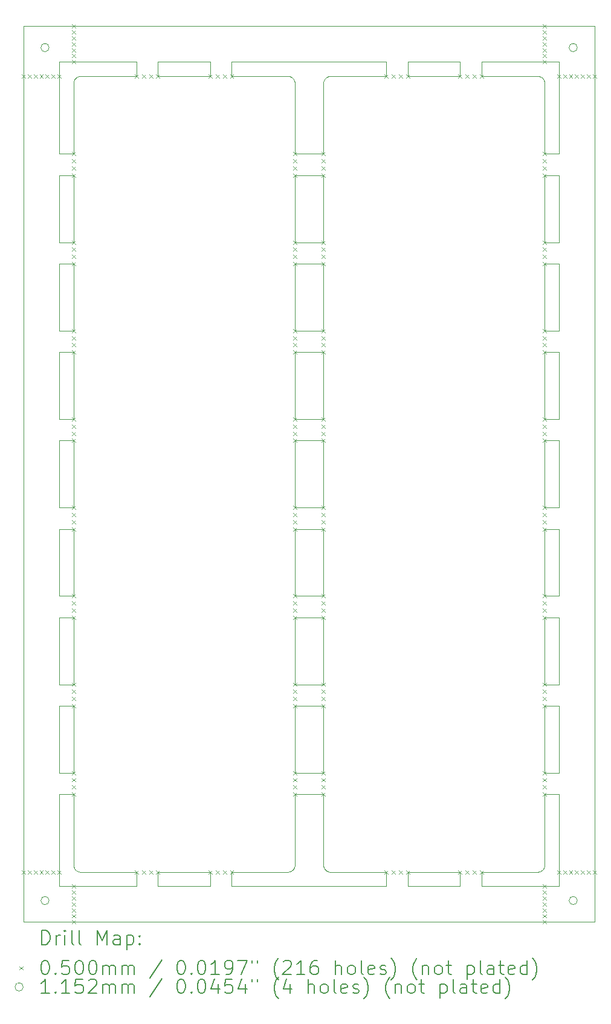
<source format=gbr>
%TF.GenerationSoftware,KiCad,Pcbnew,8.0.1*%
%TF.CreationDate,2024-03-31T21:58:17-04:00*%
%TF.ProjectId,RGB-Panel,5247422d-5061-46e6-956c-2e6b69636164,V3.0*%
%TF.SameCoordinates,Original*%
%TF.FileFunction,Drillmap*%
%TF.FilePolarity,Positive*%
%FSLAX45Y45*%
G04 Gerber Fmt 4.5, Leading zero omitted, Abs format (unit mm)*
G04 Created by KiCad (PCBNEW 8.0.1) date 2024-03-31 21:58:17*
%MOMM*%
%LPD*%
G01*
G04 APERTURE LIST*
%ADD10C,0.100000*%
%ADD11C,0.200000*%
%ADD12C,0.115200*%
G04 APERTURE END LIST*
D10*
X7251470Y-2712565D02*
X7247104Y-2715135D01*
X10717924Y-13797127D02*
X10720922Y-13801210D01*
X13765137Y-2724125D02*
X13761210Y-2720923D01*
X7000000Y-5325555D02*
X7200000Y-5325555D01*
X13740674Y-13831354D02*
X13745399Y-13829100D01*
X10300000Y-9976666D02*
X10300000Y-9038889D01*
X13750000Y-13826602D02*
X13754464Y-13823866D01*
X7000000Y-2500000D02*
X8083333Y-2500000D01*
X13800000Y-8738889D02*
X13799999Y-7801111D01*
X7200128Y-13745064D02*
X7200513Y-13750116D01*
X7000000Y-12752222D02*
X7200000Y-12752222D01*
X9416667Y-2700000D02*
X9416667Y-2500000D01*
X10296593Y-13765882D02*
X10297815Y-13760791D01*
X7200000Y-3787778D02*
X7000000Y-3787778D01*
X10299863Y-13745233D02*
X10300000Y-13740000D01*
X10220130Y-2702047D02*
X10215143Y-2701153D01*
X10300000Y-12452222D02*
X10300000Y-11514444D01*
X13766913Y-13814314D02*
X13770711Y-13810710D01*
X10794936Y-2700128D02*
X10789884Y-2700513D01*
X10215143Y-2701153D02*
X10210117Y-2700513D01*
X10225066Y-2703193D02*
X10220130Y-2702047D01*
X14000000Y-3787778D02*
X13799999Y-3787778D01*
X13798846Y-2784857D02*
X13797952Y-2779870D01*
X14000000Y-12752222D02*
X14000000Y-14039999D01*
X10289101Y-13785399D02*
X10291355Y-13780673D01*
X10779871Y-2702047D02*
X10774935Y-2703192D01*
X12916667Y-13839999D02*
X13700000Y-13839999D01*
X10299871Y-2794935D02*
X10299486Y-2789883D01*
X13795413Y-2770064D02*
X13793774Y-2765270D01*
X8383333Y-2700000D02*
X8383333Y-2500000D01*
X10261211Y-2720923D02*
X10257127Y-2717924D01*
X7289884Y-13839486D02*
X7294936Y-13839871D01*
X7200000Y-6563333D02*
X7200000Y-7501111D01*
X10784858Y-13838846D02*
X10789884Y-13839486D01*
X10295106Y-13770901D02*
X10296593Y-13765882D01*
X10500100Y-12452222D02*
X10499900Y-12452222D01*
X13798769Y-13755643D02*
X13799452Y-13750453D01*
X9116667Y-2700000D02*
X8383333Y-2700000D01*
X7000000Y-11514444D02*
X7200000Y-11514444D01*
X10287434Y-2751470D02*
X10284864Y-2747104D01*
X10774935Y-2703192D02*
X10770064Y-2704586D01*
X10299452Y-13750453D02*
X10299863Y-13745233D01*
X13725066Y-2703193D02*
X13720130Y-2702047D01*
X10499900Y-12752222D02*
X10500100Y-12752222D01*
X7000000Y-9976666D02*
X7000000Y-9038889D01*
X7000000Y-12452222D02*
X7000000Y-11514444D01*
X10299999Y-2800000D02*
X10299871Y-2794935D01*
X7215135Y-13792896D02*
X7217924Y-13797127D01*
X10774935Y-13836807D02*
X10779871Y-13837953D01*
X7000000Y-6563333D02*
X7200000Y-6563333D01*
X7251470Y-13827434D02*
X7255961Y-13829780D01*
X13799871Y-2794935D02*
X13799486Y-2789883D01*
X10700001Y-3787778D02*
X10500100Y-3787778D01*
X13799999Y-6563333D02*
X14000000Y-6563333D01*
X10706225Y-13774730D02*
X10708104Y-13779435D01*
X10712566Y-2751470D02*
X10710220Y-2755960D01*
X10284864Y-2747104D02*
X10282076Y-2742874D01*
X7200513Y-13750116D02*
X7201153Y-13755142D01*
X14000000Y-7501111D02*
X13799999Y-7501111D01*
X10300000Y-7501111D02*
X10299999Y-6563333D01*
X7255961Y-13829780D02*
X7260565Y-13831895D01*
X13799863Y-13745233D02*
X13800000Y-13740000D01*
X10779871Y-13837953D02*
X10784858Y-13838846D01*
X7234863Y-2724124D02*
X7231104Y-2727520D01*
X10727521Y-2731103D02*
X10724125Y-2734862D01*
X13786603Y-13790000D02*
X13789101Y-13785399D01*
X14000000Y-8738889D02*
X13800000Y-8738889D01*
X10229937Y-2704586D02*
X10225066Y-2703193D01*
X10500100Y-5325555D02*
X10700000Y-5325555D01*
X10499900Y-11214444D02*
X10300000Y-11214444D01*
X7238789Y-13819077D02*
X7242873Y-13822076D01*
X10700000Y-11514444D02*
X10700000Y-12452222D01*
X7203192Y-13765065D02*
X7204586Y-13769936D01*
X11883333Y-14039999D02*
X11883333Y-13839999D01*
X7000000Y-7501111D02*
X7000000Y-6563333D01*
X7260565Y-2708104D02*
X7255961Y-2710219D01*
X10700000Y-5025555D02*
X10500100Y-5025555D01*
X10700000Y-7801111D02*
X10700000Y-8738889D01*
X10717924Y-2742873D02*
X10715136Y-2747103D01*
X10293775Y-2765270D02*
X10291895Y-2760565D01*
X10300000Y-13740000D02*
X10300000Y-12752222D01*
X13761210Y-2720923D02*
X13757127Y-2717924D01*
X13796593Y-13765882D02*
X13797815Y-13760791D01*
X10700001Y-2800000D02*
X10700001Y-3787778D01*
X6500000Y-14539999D02*
X14500000Y-14539999D01*
X10300000Y-7801111D02*
X10499900Y-7801111D01*
X7217924Y-13797127D02*
X7220922Y-13801210D01*
X7200000Y-11214444D02*
X7000000Y-11214444D01*
X7000000Y-11214444D02*
X7000000Y-10276666D01*
X14000000Y-9038889D02*
X14000000Y-9976666D01*
X10747104Y-2715135D02*
X10742874Y-2717923D01*
X10800001Y-2700000D02*
X10794936Y-2700128D01*
X10760565Y-13831895D02*
X10765270Y-13833775D01*
X10708105Y-2760564D02*
X10706225Y-2765269D01*
X10205065Y-2700128D02*
X10200001Y-2700000D01*
X13729937Y-2704586D02*
X13725066Y-2703193D01*
X10700000Y-4087778D02*
X10700000Y-5025555D01*
X13705065Y-2700128D02*
X13700001Y-2700000D01*
X13795106Y-13770901D02*
X13796593Y-13765882D01*
X10298846Y-2784857D02*
X10297952Y-2779870D01*
X13787434Y-2751470D02*
X13784864Y-2747104D01*
X7200000Y-7501111D02*
X7000000Y-7501111D01*
X12616667Y-13839999D02*
X12616667Y-14039999D01*
X7200000Y-11514444D02*
X7200000Y-12452222D01*
X7227521Y-2731103D02*
X7224125Y-2734862D01*
X10299999Y-5325555D02*
X10499900Y-5325555D01*
X7000000Y-7801111D02*
X7200000Y-7801111D01*
X10700000Y-12752222D02*
X10700000Y-13740000D01*
X13799999Y-5025555D02*
X13799999Y-4087778D01*
X14000000Y-11214444D02*
X13800000Y-11214444D01*
X7200000Y-12452222D02*
X7000000Y-12452222D01*
X10283867Y-13794463D02*
X10286603Y-13790000D01*
X7200129Y-2794935D02*
X7200001Y-2800000D01*
X7224125Y-2734862D02*
X7220923Y-2738789D01*
X13744039Y-2710220D02*
X13739436Y-2708105D01*
X10258779Y-13820901D02*
X10262932Y-13817714D01*
X9416667Y-2500000D02*
X11583333Y-2500000D01*
X10789884Y-2700513D02*
X10784858Y-2701153D01*
X10500100Y-11214444D02*
X10499900Y-11214444D01*
X10724125Y-2734862D02*
X10720923Y-2738789D01*
X10500100Y-9976666D02*
X10499900Y-9976666D01*
X7279871Y-13837953D02*
X7284858Y-13838846D01*
X10205234Y-13839862D02*
X10210453Y-13839452D01*
X14000000Y-11514444D02*
X14000000Y-12452222D01*
X10499900Y-7501111D02*
X10300000Y-7501111D01*
X12916667Y-2700000D02*
X12916667Y-2500000D01*
X10747104Y-13824864D02*
X10751470Y-13827434D01*
X10300000Y-11214444D02*
X10300000Y-10276666D01*
X7000000Y-6263333D02*
X7000000Y-5325555D01*
X7000000Y-4087778D02*
X7200000Y-4087778D01*
X10300000Y-10276666D02*
X10499900Y-10276666D01*
X7212565Y-13788530D02*
X7215135Y-13792896D01*
X10299999Y-5025555D02*
X10299999Y-4087778D01*
X13775875Y-2734863D02*
X13772479Y-2731104D01*
X11583333Y-2500000D02*
X11583333Y-2700000D01*
X10500100Y-9038889D02*
X10700000Y-9038889D01*
X7200000Y-7801111D02*
X7200000Y-8738889D01*
X7242873Y-13822076D02*
X7247104Y-13824864D01*
X7289884Y-2700513D02*
X7284858Y-2701153D01*
X13768896Y-2727521D02*
X13765137Y-2724125D01*
X7231103Y-13812479D02*
X7234863Y-13815876D01*
X10499900Y-10276666D02*
X10500100Y-10276666D01*
X10299999Y-6263333D02*
X10299999Y-5325555D01*
X13779077Y-2738790D02*
X13775875Y-2734863D01*
X13800000Y-9038889D02*
X14000000Y-9038889D01*
X13799486Y-2789883D02*
X13798846Y-2784857D01*
X10731104Y-2727520D02*
X10727521Y-2731103D01*
X13770711Y-13810710D02*
X13774315Y-13806912D01*
X13754464Y-13823866D02*
X13758779Y-13820901D01*
X13715644Y-13838768D02*
X13720791Y-13837814D01*
X10700000Y-9976666D02*
X10500100Y-9976666D01*
X13730902Y-13835105D02*
X13735837Y-13833357D01*
X14000000Y-5325555D02*
X14000000Y-6263333D01*
X10230902Y-13835105D02*
X10235837Y-13833357D01*
X13715143Y-2701153D02*
X13710117Y-2700513D01*
X10239436Y-2708105D02*
X10234731Y-2706225D01*
X13799999Y-7801111D02*
X14000000Y-7801111D01*
X7208105Y-2760564D02*
X7206225Y-2765269D01*
X7247104Y-13824864D02*
X7251470Y-13827434D01*
X13772479Y-2731104D02*
X13768896Y-2727521D01*
X11583333Y-13839999D02*
X11583333Y-14039999D01*
X10298769Y-13755643D02*
X10299452Y-13750453D01*
X7200000Y-9038889D02*
X7200000Y-9976666D01*
X10500100Y-6263333D02*
X10499900Y-6263333D01*
X13700000Y-13839999D02*
X13705234Y-13839862D01*
X10296807Y-2774935D02*
X10295413Y-2770064D01*
X14000000Y-2500000D02*
X14000000Y-3787778D01*
X10210453Y-13839452D02*
X10215644Y-13838768D01*
X13752896Y-2715136D02*
X13748530Y-2712566D01*
X7224124Y-13805137D02*
X7227521Y-13808896D01*
X7217924Y-2742873D02*
X7215136Y-2747103D01*
X14000000Y-9976666D02*
X13800000Y-9976666D01*
X10724124Y-13805137D02*
X10727521Y-13808896D01*
X7206224Y-13774730D02*
X7208104Y-13779435D01*
X13791355Y-13780673D02*
X13793358Y-13775836D01*
X6500000Y-2000000D02*
X6500000Y-14539999D01*
X9116667Y-2500000D02*
X9116667Y-2700000D01*
X10295413Y-2770064D02*
X10293775Y-2765270D01*
X13784864Y-2747104D02*
X13782076Y-2742874D01*
X10712565Y-13788530D02*
X10715135Y-13792896D01*
X7231104Y-2727520D02*
X7227521Y-2731103D01*
X10274315Y-13806912D02*
X10277715Y-13802931D01*
X7202047Y-2779870D02*
X7201154Y-2784857D01*
X10499900Y-6263333D02*
X10299999Y-6263333D01*
X10500100Y-7501111D02*
X10499900Y-7501111D01*
X14000000Y-10276666D02*
X14000000Y-11214444D01*
X7270064Y-13835414D02*
X7274935Y-13836807D01*
X10765270Y-2706225D02*
X10760565Y-2708104D01*
X10500100Y-11514444D02*
X10700000Y-11514444D01*
X11883333Y-2500000D02*
X12616667Y-2500000D01*
X10765270Y-13833775D02*
X10770064Y-13835414D01*
X10499900Y-12452222D02*
X10300000Y-12452222D01*
X7255961Y-2710219D02*
X7251470Y-2712565D01*
X7274935Y-13836807D02*
X7279871Y-13837953D01*
X13791895Y-2760565D02*
X13789780Y-2755961D01*
X9116667Y-14039999D02*
X8383333Y-14039999D01*
X10704587Y-2770063D02*
X10703193Y-2774935D01*
X10700000Y-9038889D02*
X10700000Y-9976666D01*
X13777715Y-13802931D02*
X13780902Y-13798778D01*
X8383333Y-13839999D02*
X9116667Y-13839999D01*
X14000000Y-12452222D02*
X13800000Y-12452222D01*
X7208104Y-13779435D02*
X7210219Y-13784039D01*
X13796807Y-2774935D02*
X13795413Y-2770064D01*
X8083333Y-13839999D02*
X8083333Y-14039999D01*
X10500100Y-7801111D02*
X10700000Y-7801111D01*
X10270711Y-13810710D02*
X10274315Y-13806912D01*
X13793774Y-2765270D02*
X13791895Y-2760565D01*
X10700000Y-7501111D02*
X10500100Y-7501111D01*
X7000000Y-14039999D02*
X7000000Y-12752222D01*
X10700000Y-6263333D02*
X10500100Y-6263333D01*
X10701154Y-2784857D02*
X10700514Y-2789883D01*
X13782076Y-2742874D02*
X13779077Y-2738790D01*
X13799999Y-4087778D02*
X14000000Y-4087778D01*
X10499900Y-8738889D02*
X10300000Y-8738889D01*
X14000000Y-6563333D02*
X14000000Y-7501111D01*
X7210219Y-13784039D02*
X7212565Y-13788530D01*
X7200000Y-10276666D02*
X7200000Y-11214444D01*
X7270064Y-2704586D02*
X7265270Y-2706225D01*
X10210117Y-2700513D02*
X10205065Y-2700128D01*
X13758779Y-13820901D02*
X13762932Y-13817714D01*
X14000000Y-5025555D02*
X13799999Y-5025555D01*
X13710453Y-13839452D02*
X13715644Y-13838768D01*
X10499900Y-5025555D02*
X10299999Y-5025555D01*
X10240674Y-13831354D02*
X10245399Y-13829100D01*
X10215644Y-13838768D02*
X10220791Y-13837814D01*
X7200000Y-4087778D02*
X7200000Y-5025555D01*
X7000000Y-5025555D02*
X7000000Y-4087778D01*
X7260565Y-13831895D02*
X7265270Y-13833775D01*
X13725882Y-13836592D02*
X13730902Y-13835105D01*
X10500100Y-10276666D02*
X10700000Y-10276666D01*
X10235837Y-13833357D02*
X10240674Y-13831354D01*
X10291355Y-13780673D02*
X10293358Y-13775836D01*
X13800000Y-9976666D02*
X13800000Y-9038889D01*
X14500000Y-2000000D02*
X6500000Y-2000000D01*
X7227521Y-13808896D02*
X7231103Y-13812479D01*
X10794936Y-13839871D02*
X10800001Y-13839999D01*
X10703193Y-2774935D02*
X10702048Y-2779870D01*
X7274935Y-2703192D02*
X7270064Y-2704586D01*
X13799999Y-3787778D02*
X13799999Y-2800000D01*
X10700000Y-10276666D02*
X10700000Y-11214444D01*
X7294936Y-2700128D02*
X7289884Y-2700513D01*
X10710220Y-2755960D02*
X10708105Y-2760564D01*
X14000000Y-14039999D02*
X12916667Y-14039999D01*
X11883333Y-2700000D02*
X11883333Y-2500000D01*
X13705234Y-13839862D02*
X13710453Y-13839452D01*
X10286603Y-13790000D02*
X10289101Y-13785399D01*
X13799999Y-6263333D02*
X13799999Y-5325555D01*
X7210220Y-2755960D02*
X7208105Y-2760564D01*
X13745399Y-13829100D02*
X13750000Y-13826602D01*
X13735837Y-13833357D02*
X13740674Y-13831354D01*
X11583333Y-14039999D02*
X9416667Y-14039999D01*
X7300000Y-2700000D02*
X7294936Y-2700128D01*
X10250000Y-13826602D02*
X10254464Y-13823866D01*
X12916667Y-2500000D02*
X14000000Y-2500000D01*
X10268897Y-2727521D02*
X10265137Y-2724125D01*
X10720923Y-2738789D02*
X10717924Y-2742873D01*
X7000000Y-3787778D02*
X7000000Y-2500000D01*
X8383333Y-14039999D02*
X8383333Y-13839999D01*
X7200514Y-2789883D02*
X7200129Y-2794935D01*
X13800000Y-10276666D02*
X14000000Y-10276666D01*
X7212566Y-2751470D02*
X7210220Y-2755960D01*
X10700129Y-2794935D02*
X10700001Y-2800000D01*
X10499900Y-11514444D02*
X10500100Y-11514444D01*
X9416667Y-13839999D02*
X10200000Y-13839999D01*
X10700128Y-13745064D02*
X10700513Y-13750116D01*
X7279871Y-2702047D02*
X7274935Y-2703192D01*
X10784858Y-2701153D02*
X10779871Y-2702047D01*
X7201153Y-13755142D02*
X7202047Y-13760129D01*
X7215136Y-2747103D02*
X7212566Y-2751470D01*
X7204586Y-13769936D02*
X7206224Y-13774730D01*
X10266913Y-13814314D02*
X10270711Y-13810710D01*
X10499900Y-6563333D02*
X10500100Y-6563333D01*
X10200000Y-13839999D02*
X10205234Y-13839862D01*
X10499900Y-7801111D02*
X10500100Y-7801111D01*
X11583333Y-2700000D02*
X10800001Y-2700000D01*
X14500000Y-14539999D02*
X14500000Y-2000000D01*
X14000000Y-6263333D02*
X13799999Y-6263333D01*
X13800000Y-12752222D02*
X14000000Y-12752222D01*
X13797815Y-13760791D02*
X13798769Y-13755643D01*
X10704586Y-13769936D02*
X10706225Y-13774730D01*
X10499900Y-3787778D02*
X10299999Y-3787778D01*
X10720922Y-13801210D02*
X10724124Y-13805137D01*
X8083333Y-14039999D02*
X7000000Y-14039999D01*
X10751470Y-2712565D02*
X10747104Y-2715135D01*
X13793358Y-13775836D02*
X13795106Y-13770901D01*
X13800000Y-13740000D02*
X13800000Y-12752222D01*
X10300000Y-12752222D02*
X10499900Y-12752222D01*
X10738790Y-2720922D02*
X10734863Y-2724124D01*
X10700000Y-8738889D02*
X10500100Y-8738889D01*
X10700000Y-11214444D02*
X10500100Y-11214444D01*
X13774315Y-13806912D02*
X13777715Y-13802931D01*
X13789101Y-13785399D02*
X13791355Y-13780673D01*
X10700000Y-12452222D02*
X10500100Y-12452222D01*
X14000000Y-4087778D02*
X14000000Y-5025555D01*
X10272479Y-2731104D02*
X10268897Y-2727521D01*
X10700513Y-13750116D02*
X10701153Y-13755142D01*
X7200000Y-9976666D02*
X7000000Y-9976666D01*
X10710219Y-13784039D02*
X10712565Y-13788530D01*
X13800000Y-11214444D02*
X13800000Y-10276666D01*
X10220791Y-13837814D02*
X10225882Y-13836592D01*
X7265270Y-13833775D02*
X7270064Y-13835414D01*
X10499900Y-9038889D02*
X10500100Y-9038889D01*
X7242874Y-2717923D02*
X7238790Y-2720922D01*
X7284858Y-13838846D02*
X7289884Y-13839486D01*
X7284858Y-2701153D02*
X7279871Y-2702047D01*
X10299486Y-2789883D02*
X10298846Y-2784857D01*
X10225882Y-13836592D02*
X10230902Y-13835105D01*
X10789884Y-13839486D02*
X10794936Y-13839871D01*
X7200001Y-2800000D02*
X7200000Y-3787778D01*
X8383333Y-2500000D02*
X9116667Y-2500000D01*
X7200000Y-5325555D02*
X7200000Y-6263333D01*
X10248530Y-2712566D02*
X10244040Y-2710220D01*
X10800001Y-13839999D02*
X11583333Y-13839999D01*
X7200000Y-5025555D02*
X7000000Y-5025555D01*
X10297952Y-2779870D02*
X10296807Y-2774935D01*
X13800000Y-12452222D02*
X13800000Y-11514444D01*
X7234863Y-13815876D02*
X7238789Y-13819077D01*
X10299999Y-3787778D02*
X10299999Y-2800000D01*
X10279077Y-2738790D02*
X10275876Y-2734863D01*
X10500100Y-12752222D02*
X10700000Y-12752222D01*
X10262932Y-13817714D02*
X10266913Y-13814314D01*
X7206225Y-2765269D02*
X7204586Y-2770063D01*
X8083333Y-2500000D02*
X8083333Y-2700000D01*
X10257127Y-2717924D02*
X10252896Y-2715136D01*
X10280902Y-13798778D02*
X10283867Y-13794463D01*
X10500100Y-6563333D02*
X10700000Y-6563333D01*
X7200000Y-13740000D02*
X7200128Y-13745064D01*
X7200000Y-8738889D02*
X7000000Y-8738889D01*
X10755961Y-13829780D02*
X10760565Y-13831895D01*
X7200000Y-12752222D02*
X7200000Y-13740000D01*
X10234731Y-2706225D02*
X10229937Y-2704586D01*
X10500100Y-4087778D02*
X10700000Y-4087778D01*
X10770064Y-2704586D02*
X10765270Y-2706225D01*
X13720130Y-2702047D02*
X13715143Y-2701153D01*
X10760565Y-2708104D02*
X10755961Y-2710219D01*
X7203193Y-2774935D02*
X7202047Y-2779870D01*
X10300000Y-9038889D02*
X10499900Y-9038889D01*
X13780902Y-13798778D02*
X13783867Y-13794463D01*
X13799999Y-7501111D02*
X13799999Y-6563333D01*
X12616667Y-2700000D02*
X11883333Y-2700000D01*
X10700000Y-5325555D02*
X10700000Y-6263333D01*
X10701153Y-13755142D02*
X10702047Y-13760129D01*
X13789780Y-2755961D02*
X13787434Y-2751470D01*
X10254464Y-13823866D02*
X10258779Y-13820901D01*
X10703192Y-13765065D02*
X10704586Y-13769936D01*
X10277715Y-13802931D02*
X10280902Y-13798778D01*
X10702048Y-2779870D02*
X10701154Y-2784857D01*
X10200001Y-2700000D02*
X9416667Y-2700000D01*
X13739436Y-2708105D02*
X13734731Y-2706225D01*
X13799999Y-5325555D02*
X14000000Y-5325555D01*
X13757127Y-2717924D02*
X13752896Y-2715136D01*
X7204586Y-2770063D02*
X7203193Y-2774935D01*
X10770064Y-13835414D02*
X10774935Y-13836807D01*
X10275876Y-2734863D02*
X10272479Y-2731104D01*
X10715136Y-2747103D02*
X10712566Y-2751470D01*
X10738790Y-13819077D02*
X10742873Y-13822076D01*
X7247104Y-2715135D02*
X7242874Y-2717923D01*
X10282076Y-2742874D02*
X10279077Y-2738790D01*
X10700000Y-6563333D02*
X10700000Y-7501111D01*
X9416667Y-14039999D02*
X9416667Y-13839999D01*
X7220923Y-2738789D02*
X7217924Y-2742873D01*
X13799999Y-2800000D02*
X13799871Y-2794935D01*
X10245399Y-13829100D02*
X10250000Y-13826602D01*
X11883333Y-13839999D02*
X12616667Y-13839999D01*
X7000000Y-8738889D02*
X7000000Y-7801111D01*
X13783867Y-13794463D02*
X13786603Y-13790000D01*
X10289780Y-2755961D02*
X10287434Y-2751470D01*
X7294936Y-13839871D02*
X7300001Y-13839999D01*
X7220922Y-13801210D02*
X7224124Y-13805137D01*
X10499900Y-5325555D02*
X10500100Y-5325555D01*
X13700001Y-2700000D02*
X12916667Y-2700000D01*
X13762932Y-13817714D02*
X13766913Y-13814314D01*
X7238790Y-2720922D02*
X7234863Y-2724124D01*
X10291895Y-2760565D02*
X10289780Y-2755961D01*
X10299999Y-6563333D02*
X10499900Y-6563333D01*
X12616667Y-2500000D02*
X12616667Y-2700000D01*
X10731103Y-13812479D02*
X10734863Y-13815876D01*
X7300001Y-13839999D02*
X8083333Y-13839999D01*
X10742874Y-2717923D02*
X10738790Y-2720922D01*
X7265270Y-2706225D02*
X7260565Y-2708104D01*
X7000000Y-10276666D02*
X7200000Y-10276666D01*
X10734863Y-2724124D02*
X10731104Y-2727520D01*
X12916667Y-14039999D02*
X12916667Y-13839999D01*
X10297815Y-13760791D02*
X10298769Y-13755643D01*
X14000000Y-7801111D02*
X14000000Y-8738889D01*
X10499900Y-9976666D02*
X10300000Y-9976666D01*
X10252896Y-2715136D02*
X10248530Y-2712566D01*
X13734731Y-2706225D02*
X13729937Y-2704586D01*
X13799452Y-13750453D02*
X13799863Y-13745233D01*
X10500100Y-3787778D02*
X10499900Y-3787778D01*
X13710117Y-2700513D02*
X13705065Y-2700128D01*
X10715135Y-13792896D02*
X10717924Y-13797127D01*
X10500100Y-8738889D02*
X10499900Y-8738889D01*
X13720791Y-13837814D02*
X13725882Y-13836592D01*
X10265137Y-2724125D02*
X10261211Y-2720923D01*
X7000000Y-9038889D02*
X7200000Y-9038889D01*
X10751470Y-13827434D02*
X10755961Y-13829780D01*
X10300000Y-8738889D02*
X10300000Y-7801111D01*
X8083333Y-2700000D02*
X7300000Y-2700000D01*
X7200000Y-6263333D02*
X7000000Y-6263333D01*
X10293358Y-13775836D02*
X10295106Y-13770901D01*
X10734863Y-13815876D02*
X10738790Y-13819077D01*
X12616667Y-14039999D02*
X11883333Y-14039999D01*
X10702047Y-13760129D02*
X10703192Y-13765065D01*
X13748530Y-2712566D02*
X13744039Y-2710220D01*
X10500100Y-5025555D02*
X10499900Y-5025555D01*
X10244040Y-2710220D02*
X10239436Y-2708105D01*
X10755961Y-2710219D02*
X10751470Y-2712565D01*
X7201154Y-2784857D02*
X7200514Y-2789883D01*
X10708104Y-13779435D02*
X10710219Y-13784039D01*
X10706225Y-2765269D02*
X10704587Y-2770063D01*
X10499900Y-4087778D02*
X10500100Y-4087778D01*
X10727521Y-13808896D02*
X10731103Y-13812479D01*
X10300000Y-11514444D02*
X10499900Y-11514444D01*
X10700514Y-2789883D02*
X10700129Y-2794935D01*
X10742873Y-13822076D02*
X10747104Y-13824864D01*
X7202047Y-13760129D02*
X7203192Y-13765065D01*
X13797952Y-2779870D02*
X13796807Y-2774935D01*
X10299999Y-4087778D02*
X10499900Y-4087778D01*
X13800000Y-11514444D02*
X14000000Y-11514444D01*
X10700000Y-13740000D02*
X10700128Y-13745064D01*
X9116667Y-13839999D02*
X9116667Y-14039999D01*
D11*
D10*
X6475000Y-2675000D02*
X6525000Y-2725000D01*
X6525000Y-2675000D02*
X6475000Y-2725000D01*
X6475000Y-13815000D02*
X6525000Y-13865000D01*
X6525000Y-13815000D02*
X6475000Y-13865000D01*
X6558333Y-2675000D02*
X6608333Y-2725000D01*
X6608333Y-2675000D02*
X6558333Y-2725000D01*
X6558333Y-13815000D02*
X6608333Y-13865000D01*
X6608333Y-13815000D02*
X6558333Y-13865000D01*
X6641666Y-2675000D02*
X6691666Y-2725000D01*
X6691666Y-2675000D02*
X6641666Y-2725000D01*
X6641666Y-13815000D02*
X6691666Y-13865000D01*
X6691666Y-13815000D02*
X6641666Y-13865000D01*
X6725000Y-2675000D02*
X6775000Y-2725000D01*
X6775000Y-2675000D02*
X6725000Y-2725000D01*
X6725000Y-13815000D02*
X6775000Y-13865000D01*
X6775000Y-13815000D02*
X6725000Y-13865000D01*
X6808333Y-2675000D02*
X6858333Y-2725000D01*
X6858333Y-2675000D02*
X6808333Y-2725000D01*
X6808333Y-13815000D02*
X6858333Y-13865000D01*
X6858333Y-13815000D02*
X6808333Y-13865000D01*
X6891666Y-2675000D02*
X6941666Y-2725000D01*
X6941666Y-2675000D02*
X6891666Y-2725000D01*
X6891666Y-13815000D02*
X6941666Y-13865000D01*
X6941666Y-13815000D02*
X6891666Y-13865000D01*
X6975000Y-2675000D02*
X7025000Y-2725000D01*
X7025000Y-2675000D02*
X6975000Y-2725000D01*
X6975000Y-13815000D02*
X7025000Y-13865000D01*
X7025000Y-13815000D02*
X6975000Y-13865000D01*
X7175000Y-1975000D02*
X7225000Y-2025000D01*
X7225000Y-1975000D02*
X7175000Y-2025000D01*
X7175000Y-2058333D02*
X7225000Y-2108333D01*
X7225000Y-2058333D02*
X7175000Y-2108333D01*
X7175000Y-2141667D02*
X7225000Y-2191667D01*
X7225000Y-2141667D02*
X7175000Y-2191667D01*
X7175000Y-2225000D02*
X7225000Y-2275000D01*
X7225000Y-2225000D02*
X7175000Y-2275000D01*
X7175000Y-2308333D02*
X7225000Y-2358333D01*
X7225000Y-2308333D02*
X7175000Y-2358333D01*
X7175000Y-2391667D02*
X7225000Y-2441667D01*
X7225000Y-2391667D02*
X7175000Y-2441667D01*
X7175000Y-2475000D02*
X7225000Y-2525000D01*
X7225000Y-2475000D02*
X7175000Y-2525000D01*
X7175000Y-12627222D02*
X7225000Y-12677222D01*
X7225000Y-12627222D02*
X7175000Y-12677222D01*
X7175000Y-12727222D02*
X7225000Y-12777222D01*
X7225000Y-12727222D02*
X7175000Y-12777222D01*
X7175000Y-14014999D02*
X7225000Y-14064999D01*
X7225000Y-14014999D02*
X7175000Y-14064999D01*
X7175000Y-14098333D02*
X7225000Y-14148333D01*
X7225000Y-14098333D02*
X7175000Y-14148333D01*
X7175000Y-14181666D02*
X7225000Y-14231666D01*
X7225000Y-14181666D02*
X7175000Y-14231666D01*
X7175000Y-14264999D02*
X7225000Y-14314999D01*
X7225000Y-14264999D02*
X7175000Y-14314999D01*
X7175000Y-14348333D02*
X7225000Y-14398333D01*
X7225000Y-14348333D02*
X7175000Y-14398333D01*
X7175000Y-14431666D02*
X7225000Y-14481666D01*
X7225000Y-14431666D02*
X7175000Y-14481666D01*
X7175000Y-14514999D02*
X7225000Y-14564999D01*
X7225000Y-14514999D02*
X7175000Y-14564999D01*
X7175000Y-12427222D02*
X7225000Y-12477222D01*
X7225000Y-12427222D02*
X7175000Y-12477222D01*
X7175000Y-12527222D02*
X7225000Y-12577222D01*
X7225000Y-12527222D02*
X7175000Y-12577222D01*
X7175000Y-11189444D02*
X7225000Y-11239444D01*
X7225000Y-11189444D02*
X7175000Y-11239444D01*
X7175000Y-11289444D02*
X7225000Y-11339444D01*
X7225000Y-11289444D02*
X7175000Y-11339444D01*
X7175000Y-11389444D02*
X7225000Y-11439444D01*
X7225000Y-11389444D02*
X7175000Y-11439444D01*
X7175000Y-11489444D02*
X7225000Y-11539444D01*
X7225000Y-11489444D02*
X7175000Y-11539444D01*
X7175000Y-9951666D02*
X7225000Y-10001666D01*
X7225000Y-9951666D02*
X7175000Y-10001666D01*
X7175000Y-10051666D02*
X7225000Y-10101666D01*
X7225000Y-10051666D02*
X7175000Y-10101666D01*
X7175000Y-10151666D02*
X7225000Y-10201666D01*
X7225000Y-10151666D02*
X7175000Y-10201666D01*
X7175000Y-10251666D02*
X7225000Y-10301666D01*
X7225000Y-10251666D02*
X7175000Y-10301666D01*
X7175000Y-8713889D02*
X7225000Y-8763889D01*
X7225000Y-8713889D02*
X7175000Y-8763889D01*
X7175000Y-8813889D02*
X7225000Y-8863889D01*
X7225000Y-8813889D02*
X7175000Y-8863889D01*
X7175000Y-8913889D02*
X7225000Y-8963889D01*
X7225000Y-8913889D02*
X7175000Y-8963889D01*
X7175000Y-9013889D02*
X7225000Y-9063889D01*
X7225000Y-9013889D02*
X7175000Y-9063889D01*
X7175000Y-7476111D02*
X7225000Y-7526111D01*
X7225000Y-7476111D02*
X7175000Y-7526111D01*
X7175000Y-7576111D02*
X7225000Y-7626111D01*
X7225000Y-7576111D02*
X7175000Y-7626111D01*
X7175000Y-7676111D02*
X7225000Y-7726111D01*
X7225000Y-7676111D02*
X7175000Y-7726111D01*
X7175000Y-7776111D02*
X7225000Y-7826111D01*
X7225000Y-7776111D02*
X7175000Y-7826111D01*
X7175000Y-6238333D02*
X7225000Y-6288333D01*
X7225000Y-6238333D02*
X7175000Y-6288333D01*
X7175000Y-6338333D02*
X7225000Y-6388333D01*
X7225000Y-6338333D02*
X7175000Y-6388333D01*
X7175000Y-6438333D02*
X7225000Y-6488333D01*
X7225000Y-6438333D02*
X7175000Y-6488333D01*
X7175000Y-6538333D02*
X7225000Y-6588333D01*
X7225000Y-6538333D02*
X7175000Y-6588333D01*
X7175000Y-5000555D02*
X7225000Y-5050555D01*
X7225000Y-5000555D02*
X7175000Y-5050555D01*
X7175000Y-5100555D02*
X7225000Y-5150555D01*
X7225000Y-5100555D02*
X7175000Y-5150555D01*
X7175000Y-5200555D02*
X7225000Y-5250555D01*
X7225000Y-5200555D02*
X7175000Y-5250555D01*
X7175000Y-5300555D02*
X7225000Y-5350555D01*
X7225000Y-5300555D02*
X7175000Y-5350555D01*
X7175000Y-3962778D02*
X7225000Y-4012778D01*
X7225000Y-3962778D02*
X7175000Y-4012778D01*
X7175000Y-4062778D02*
X7225000Y-4112778D01*
X7225000Y-4062778D02*
X7175000Y-4112778D01*
X7175001Y-3762778D02*
X7225001Y-3812778D01*
X7225001Y-3762778D02*
X7175001Y-3812778D01*
X7175001Y-3862778D02*
X7225001Y-3912778D01*
X7225001Y-3862778D02*
X7175001Y-3912778D01*
X8058333Y-2675000D02*
X8108333Y-2725000D01*
X8108333Y-2675000D02*
X8058333Y-2725000D01*
X8058333Y-13814999D02*
X8108333Y-13864999D01*
X8108333Y-13814999D02*
X8058333Y-13864999D01*
X8158333Y-2675000D02*
X8208333Y-2725000D01*
X8208333Y-2675000D02*
X8158333Y-2725000D01*
X8158333Y-13814999D02*
X8208333Y-13864999D01*
X8208333Y-13814999D02*
X8158333Y-13864999D01*
X8258333Y-2675000D02*
X8308333Y-2725000D01*
X8308333Y-2675000D02*
X8258333Y-2725000D01*
X8258333Y-13814999D02*
X8308333Y-13864999D01*
X8308333Y-13814999D02*
X8258333Y-13864999D01*
X8358333Y-2675000D02*
X8408333Y-2725000D01*
X8408333Y-2675000D02*
X8358333Y-2725000D01*
X8358333Y-13814999D02*
X8408333Y-13864999D01*
X8408333Y-13814999D02*
X8358333Y-13864999D01*
X9091667Y-2675000D02*
X9141667Y-2725000D01*
X9141667Y-2675000D02*
X9091667Y-2725000D01*
X9091667Y-13814999D02*
X9141667Y-13864999D01*
X9141667Y-13814999D02*
X9091667Y-13864999D01*
X9191667Y-2675000D02*
X9241667Y-2725000D01*
X9241667Y-2675000D02*
X9191667Y-2725000D01*
X9191667Y-13814999D02*
X9241667Y-13864999D01*
X9241667Y-13814999D02*
X9191667Y-13864999D01*
X9291667Y-2675000D02*
X9341667Y-2725000D01*
X9341667Y-2675000D02*
X9291667Y-2725000D01*
X9291667Y-13814999D02*
X9341667Y-13864999D01*
X9341667Y-13814999D02*
X9291667Y-13864999D01*
X9391667Y-2675000D02*
X9441667Y-2725000D01*
X9441667Y-2675000D02*
X9391667Y-2725000D01*
X9391667Y-13814999D02*
X9441667Y-13864999D01*
X9441667Y-13814999D02*
X9391667Y-13864999D01*
X10274999Y-3762778D02*
X10324999Y-3812778D01*
X10324999Y-3762778D02*
X10274999Y-3812778D01*
X10274999Y-3862778D02*
X10324999Y-3912778D01*
X10324999Y-3862778D02*
X10274999Y-3912778D01*
X10274999Y-3962778D02*
X10324999Y-4012778D01*
X10324999Y-3962778D02*
X10274999Y-4012778D01*
X10274999Y-4062778D02*
X10324999Y-4112778D01*
X10324999Y-4062778D02*
X10274999Y-4112778D01*
X10274999Y-5000555D02*
X10324999Y-5050555D01*
X10324999Y-5000555D02*
X10274999Y-5050555D01*
X10274999Y-5100555D02*
X10324999Y-5150555D01*
X10324999Y-5100555D02*
X10274999Y-5150555D01*
X10274999Y-5200555D02*
X10324999Y-5250555D01*
X10324999Y-5200555D02*
X10274999Y-5250555D01*
X10274999Y-5300555D02*
X10324999Y-5350555D01*
X10324999Y-5300555D02*
X10274999Y-5350555D01*
X10274999Y-6238333D02*
X10324999Y-6288333D01*
X10324999Y-6238333D02*
X10274999Y-6288333D01*
X10274999Y-6338333D02*
X10324999Y-6388333D01*
X10324999Y-6338333D02*
X10274999Y-6388333D01*
X10274999Y-6438333D02*
X10324999Y-6488333D01*
X10324999Y-6438333D02*
X10274999Y-6488333D01*
X10274999Y-6538333D02*
X10324999Y-6588333D01*
X10324999Y-6538333D02*
X10274999Y-6588333D01*
X10275000Y-7476111D02*
X10325000Y-7526111D01*
X10325000Y-7476111D02*
X10275000Y-7526111D01*
X10275000Y-7576111D02*
X10325000Y-7626111D01*
X10325000Y-7576111D02*
X10275000Y-7626111D01*
X10275000Y-7676111D02*
X10325000Y-7726111D01*
X10325000Y-7676111D02*
X10275000Y-7726111D01*
X10275000Y-7776111D02*
X10325000Y-7826111D01*
X10325000Y-7776111D02*
X10275000Y-7826111D01*
X10275000Y-8713889D02*
X10325000Y-8763889D01*
X10325000Y-8713889D02*
X10275000Y-8763889D01*
X10275000Y-8813889D02*
X10325000Y-8863889D01*
X10325000Y-8813889D02*
X10275000Y-8863889D01*
X10275000Y-8913889D02*
X10325000Y-8963889D01*
X10325000Y-8913889D02*
X10275000Y-8963889D01*
X10275000Y-9013889D02*
X10325000Y-9063889D01*
X10325000Y-9013889D02*
X10275000Y-9063889D01*
X10275000Y-9951666D02*
X10325000Y-10001666D01*
X10325000Y-9951666D02*
X10275000Y-10001666D01*
X10275000Y-10051666D02*
X10325000Y-10101666D01*
X10325000Y-10051666D02*
X10275000Y-10101666D01*
X10275000Y-10151666D02*
X10325000Y-10201666D01*
X10325000Y-10151666D02*
X10275000Y-10201666D01*
X10275000Y-10251666D02*
X10325000Y-10301666D01*
X10325000Y-10251666D02*
X10275000Y-10301666D01*
X10275000Y-11189444D02*
X10325000Y-11239444D01*
X10325000Y-11189444D02*
X10275000Y-11239444D01*
X10275000Y-11289444D02*
X10325000Y-11339444D01*
X10325000Y-11289444D02*
X10275000Y-11339444D01*
X10275000Y-11389444D02*
X10325000Y-11439444D01*
X10325000Y-11389444D02*
X10275000Y-11439444D01*
X10275000Y-11489444D02*
X10325000Y-11539444D01*
X10325000Y-11489444D02*
X10275000Y-11539444D01*
X10275000Y-12427222D02*
X10325000Y-12477222D01*
X10325000Y-12427222D02*
X10275000Y-12477222D01*
X10275000Y-12527222D02*
X10325000Y-12577222D01*
X10325000Y-12527222D02*
X10275000Y-12577222D01*
X10275000Y-12627222D02*
X10325000Y-12677222D01*
X10325000Y-12627222D02*
X10275000Y-12677222D01*
X10275000Y-12727222D02*
X10325000Y-12777222D01*
X10325000Y-12727222D02*
X10275000Y-12777222D01*
X10675000Y-12627222D02*
X10725000Y-12677222D01*
X10725000Y-12627222D02*
X10675000Y-12677222D01*
X10675000Y-12727222D02*
X10725000Y-12777222D01*
X10725000Y-12727222D02*
X10675000Y-12777222D01*
X10675000Y-12427222D02*
X10725000Y-12477222D01*
X10725000Y-12427222D02*
X10675000Y-12477222D01*
X10675000Y-12527222D02*
X10725000Y-12577222D01*
X10725000Y-12527222D02*
X10675000Y-12577222D01*
X10675000Y-11189444D02*
X10725000Y-11239444D01*
X10725000Y-11189444D02*
X10675000Y-11239444D01*
X10675000Y-11289444D02*
X10725000Y-11339444D01*
X10725000Y-11289444D02*
X10675000Y-11339444D01*
X10675000Y-11389444D02*
X10725000Y-11439444D01*
X10725000Y-11389444D02*
X10675000Y-11439444D01*
X10675000Y-11489444D02*
X10725000Y-11539444D01*
X10725000Y-11489444D02*
X10675000Y-11539444D01*
X10675000Y-9951666D02*
X10725000Y-10001666D01*
X10725000Y-9951666D02*
X10675000Y-10001666D01*
X10675000Y-10051666D02*
X10725000Y-10101666D01*
X10725000Y-10051666D02*
X10675000Y-10101666D01*
X10675000Y-10151666D02*
X10725000Y-10201666D01*
X10725000Y-10151666D02*
X10675000Y-10201666D01*
X10675000Y-10251666D02*
X10725000Y-10301666D01*
X10725000Y-10251666D02*
X10675000Y-10301666D01*
X10675000Y-8713889D02*
X10725000Y-8763889D01*
X10725000Y-8713889D02*
X10675000Y-8763889D01*
X10675000Y-8813889D02*
X10725000Y-8863889D01*
X10725000Y-8813889D02*
X10675000Y-8863889D01*
X10675000Y-8913889D02*
X10725000Y-8963889D01*
X10725000Y-8913889D02*
X10675000Y-8963889D01*
X10675000Y-9013889D02*
X10725000Y-9063889D01*
X10725000Y-9013889D02*
X10675000Y-9063889D01*
X10675000Y-7476111D02*
X10725000Y-7526111D01*
X10725000Y-7476111D02*
X10675000Y-7526111D01*
X10675000Y-7576111D02*
X10725000Y-7626111D01*
X10725000Y-7576111D02*
X10675000Y-7626111D01*
X10675000Y-7676111D02*
X10725000Y-7726111D01*
X10725000Y-7676111D02*
X10675000Y-7726111D01*
X10675000Y-7776111D02*
X10725000Y-7826111D01*
X10725000Y-7776111D02*
X10675000Y-7826111D01*
X10675000Y-6238333D02*
X10725000Y-6288333D01*
X10725000Y-6238333D02*
X10675000Y-6288333D01*
X10675000Y-6338333D02*
X10725000Y-6388333D01*
X10725000Y-6338333D02*
X10675000Y-6388333D01*
X10675000Y-6438333D02*
X10725000Y-6488333D01*
X10725000Y-6438333D02*
X10675000Y-6488333D01*
X10675000Y-6538333D02*
X10725000Y-6588333D01*
X10725000Y-6538333D02*
X10675000Y-6588333D01*
X10675000Y-5000555D02*
X10725000Y-5050555D01*
X10725000Y-5000555D02*
X10675000Y-5050555D01*
X10675000Y-5100555D02*
X10725000Y-5150555D01*
X10725000Y-5100555D02*
X10675000Y-5150555D01*
X10675000Y-5200555D02*
X10725000Y-5250555D01*
X10725000Y-5200555D02*
X10675000Y-5250555D01*
X10675000Y-5300555D02*
X10725000Y-5350555D01*
X10725000Y-5300555D02*
X10675000Y-5350555D01*
X10675000Y-3962778D02*
X10725000Y-4012778D01*
X10725000Y-3962778D02*
X10675000Y-4012778D01*
X10675000Y-4062778D02*
X10725000Y-4112778D01*
X10725000Y-4062778D02*
X10675000Y-4112778D01*
X10675001Y-3762778D02*
X10725001Y-3812778D01*
X10725001Y-3762778D02*
X10675001Y-3812778D01*
X10675001Y-3862778D02*
X10725001Y-3912778D01*
X10725001Y-3862778D02*
X10675001Y-3912778D01*
X11558333Y-2675000D02*
X11608333Y-2725000D01*
X11608333Y-2675000D02*
X11558333Y-2725000D01*
X11558333Y-13814999D02*
X11608333Y-13864999D01*
X11608333Y-13814999D02*
X11558333Y-13864999D01*
X11658333Y-2675000D02*
X11708333Y-2725000D01*
X11708333Y-2675000D02*
X11658333Y-2725000D01*
X11658333Y-13814999D02*
X11708333Y-13864999D01*
X11708333Y-13814999D02*
X11658333Y-13864999D01*
X11758333Y-2675000D02*
X11808333Y-2725000D01*
X11808333Y-2675000D02*
X11758333Y-2725000D01*
X11758333Y-13814999D02*
X11808333Y-13864999D01*
X11808333Y-13814999D02*
X11758333Y-13864999D01*
X11858333Y-2675000D02*
X11908333Y-2725000D01*
X11908333Y-2675000D02*
X11858333Y-2725000D01*
X11858333Y-13814999D02*
X11908333Y-13864999D01*
X11908333Y-13814999D02*
X11858333Y-13864999D01*
X12591667Y-2675000D02*
X12641667Y-2725000D01*
X12641667Y-2675000D02*
X12591667Y-2725000D01*
X12591667Y-13814999D02*
X12641667Y-13864999D01*
X12641667Y-13814999D02*
X12591667Y-13864999D01*
X12691667Y-2675000D02*
X12741667Y-2725000D01*
X12741667Y-2675000D02*
X12691667Y-2725000D01*
X12691667Y-13814999D02*
X12741667Y-13864999D01*
X12741667Y-13814999D02*
X12691667Y-13864999D01*
X12791667Y-2675000D02*
X12841667Y-2725000D01*
X12841667Y-2675000D02*
X12791667Y-2725000D01*
X12791667Y-13814999D02*
X12841667Y-13864999D01*
X12841667Y-13814999D02*
X12791667Y-13864999D01*
X12891667Y-2675000D02*
X12941667Y-2725000D01*
X12941667Y-2675000D02*
X12891667Y-2725000D01*
X12891667Y-13814999D02*
X12941667Y-13864999D01*
X12941667Y-13814999D02*
X12891667Y-13864999D01*
X13774999Y-3762778D02*
X13824999Y-3812778D01*
X13824999Y-3762778D02*
X13774999Y-3812778D01*
X13774999Y-3862778D02*
X13824999Y-3912778D01*
X13824999Y-3862778D02*
X13774999Y-3912778D01*
X13774999Y-3962778D02*
X13824999Y-4012778D01*
X13824999Y-3962778D02*
X13774999Y-4012778D01*
X13774999Y-4062778D02*
X13824999Y-4112778D01*
X13824999Y-4062778D02*
X13774999Y-4112778D01*
X13774999Y-5000555D02*
X13824999Y-5050555D01*
X13824999Y-5000555D02*
X13774999Y-5050555D01*
X13774999Y-5100555D02*
X13824999Y-5150555D01*
X13824999Y-5100555D02*
X13774999Y-5150555D01*
X13774999Y-5200555D02*
X13824999Y-5250555D01*
X13824999Y-5200555D02*
X13774999Y-5250555D01*
X13774999Y-5300555D02*
X13824999Y-5350555D01*
X13824999Y-5300555D02*
X13774999Y-5350555D01*
X13774999Y-6238333D02*
X13824999Y-6288333D01*
X13824999Y-6238333D02*
X13774999Y-6288333D01*
X13774999Y-6338333D02*
X13824999Y-6388333D01*
X13824999Y-6338333D02*
X13774999Y-6388333D01*
X13774999Y-6438333D02*
X13824999Y-6488333D01*
X13824999Y-6438333D02*
X13774999Y-6488333D01*
X13774999Y-6538333D02*
X13824999Y-6588333D01*
X13824999Y-6538333D02*
X13774999Y-6588333D01*
X13774999Y-7476111D02*
X13824999Y-7526111D01*
X13824999Y-7476111D02*
X13774999Y-7526111D01*
X13774999Y-7576111D02*
X13824999Y-7626111D01*
X13824999Y-7576111D02*
X13774999Y-7626111D01*
X13774999Y-7676111D02*
X13824999Y-7726111D01*
X13824999Y-7676111D02*
X13774999Y-7726111D01*
X13774999Y-7776111D02*
X13824999Y-7826111D01*
X13824999Y-7776111D02*
X13774999Y-7826111D01*
X13775000Y-8713889D02*
X13825000Y-8763889D01*
X13825000Y-8713889D02*
X13775000Y-8763889D01*
X13775000Y-8813889D02*
X13825000Y-8863889D01*
X13825000Y-8813889D02*
X13775000Y-8863889D01*
X13775000Y-8913889D02*
X13825000Y-8963889D01*
X13825000Y-8913889D02*
X13775000Y-8963889D01*
X13775000Y-9013889D02*
X13825000Y-9063889D01*
X13825000Y-9013889D02*
X13775000Y-9063889D01*
X13775000Y-9951666D02*
X13825000Y-10001666D01*
X13825000Y-9951666D02*
X13775000Y-10001666D01*
X13775000Y-10051666D02*
X13825000Y-10101666D01*
X13825000Y-10051666D02*
X13775000Y-10101666D01*
X13775000Y-10151666D02*
X13825000Y-10201666D01*
X13825000Y-10151666D02*
X13775000Y-10201666D01*
X13775000Y-10251666D02*
X13825000Y-10301666D01*
X13825000Y-10251666D02*
X13775000Y-10301666D01*
X13775000Y-11189444D02*
X13825000Y-11239444D01*
X13825000Y-11189444D02*
X13775000Y-11239444D01*
X13775000Y-11289444D02*
X13825000Y-11339444D01*
X13825000Y-11289444D02*
X13775000Y-11339444D01*
X13775000Y-11389444D02*
X13825000Y-11439444D01*
X13825000Y-11389444D02*
X13775000Y-11439444D01*
X13775000Y-11489444D02*
X13825000Y-11539444D01*
X13825000Y-11489444D02*
X13775000Y-11539444D01*
X13775000Y-12427222D02*
X13825000Y-12477222D01*
X13825000Y-12427222D02*
X13775000Y-12477222D01*
X13775000Y-12527222D02*
X13825000Y-12577222D01*
X13825000Y-12527222D02*
X13775000Y-12577222D01*
X13775000Y-12627222D02*
X13825000Y-12677222D01*
X13825000Y-12627222D02*
X13775000Y-12677222D01*
X13775000Y-12727222D02*
X13825000Y-12777222D01*
X13825000Y-12727222D02*
X13775000Y-12777222D01*
X13775000Y-1975000D02*
X13825000Y-2025000D01*
X13825000Y-1975000D02*
X13775000Y-2025000D01*
X13775000Y-2058333D02*
X13825000Y-2108333D01*
X13825000Y-2058333D02*
X13775000Y-2108333D01*
X13775000Y-2141667D02*
X13825000Y-2191667D01*
X13825000Y-2141667D02*
X13775000Y-2191667D01*
X13775000Y-2225000D02*
X13825000Y-2275000D01*
X13825000Y-2225000D02*
X13775000Y-2275000D01*
X13775000Y-2308333D02*
X13825000Y-2358333D01*
X13825000Y-2308333D02*
X13775000Y-2358333D01*
X13775000Y-2391667D02*
X13825000Y-2441667D01*
X13825000Y-2391667D02*
X13775000Y-2441667D01*
X13775000Y-2475000D02*
X13825000Y-2525000D01*
X13825000Y-2475000D02*
X13775000Y-2525000D01*
X13775000Y-14014999D02*
X13825000Y-14064999D01*
X13825000Y-14014999D02*
X13775000Y-14064999D01*
X13775000Y-14098333D02*
X13825000Y-14148333D01*
X13825000Y-14098333D02*
X13775000Y-14148333D01*
X13775000Y-14181666D02*
X13825000Y-14231666D01*
X13825000Y-14181666D02*
X13775000Y-14231666D01*
X13775000Y-14264999D02*
X13825000Y-14314999D01*
X13825000Y-14264999D02*
X13775000Y-14314999D01*
X13775000Y-14348333D02*
X13825000Y-14398333D01*
X13825000Y-14348333D02*
X13775000Y-14398333D01*
X13775000Y-14431666D02*
X13825000Y-14481666D01*
X13825000Y-14431666D02*
X13775000Y-14481666D01*
X13775000Y-14514999D02*
X13825000Y-14564999D01*
X13825000Y-14514999D02*
X13775000Y-14564999D01*
X13975000Y-2675000D02*
X14025000Y-2725000D01*
X14025000Y-2675000D02*
X13975000Y-2725000D01*
X13975000Y-13815000D02*
X14025000Y-13865000D01*
X14025000Y-13815000D02*
X13975000Y-13865000D01*
X14058334Y-2675000D02*
X14108334Y-2725000D01*
X14108334Y-2675000D02*
X14058334Y-2725000D01*
X14058334Y-13815000D02*
X14108334Y-13865000D01*
X14108334Y-13815000D02*
X14058334Y-13865000D01*
X14141667Y-2675000D02*
X14191667Y-2725000D01*
X14191667Y-2675000D02*
X14141667Y-2725000D01*
X14141667Y-13815000D02*
X14191667Y-13865000D01*
X14191667Y-13815000D02*
X14141667Y-13865000D01*
X14225000Y-2675000D02*
X14275000Y-2725000D01*
X14275000Y-2675000D02*
X14225000Y-2725000D01*
X14225000Y-13815000D02*
X14275000Y-13865000D01*
X14275000Y-13815000D02*
X14225000Y-13865000D01*
X14308334Y-2675000D02*
X14358334Y-2725000D01*
X14358334Y-2675000D02*
X14308334Y-2725000D01*
X14308334Y-13815000D02*
X14358334Y-13865000D01*
X14358334Y-13815000D02*
X14308334Y-13865000D01*
X14391667Y-2675000D02*
X14441667Y-2725000D01*
X14441667Y-2675000D02*
X14391667Y-2725000D01*
X14391667Y-13815000D02*
X14441667Y-13865000D01*
X14441667Y-13815000D02*
X14391667Y-13865000D01*
X14475000Y-2675000D02*
X14525000Y-2725000D01*
X14525000Y-2675000D02*
X14475000Y-2725000D01*
X14475000Y-13815000D02*
X14525000Y-13865000D01*
X14525000Y-13815000D02*
X14475000Y-13865000D01*
D12*
X6857600Y-2300000D02*
G75*
G02*
X6742400Y-2300000I-57600J0D01*
G01*
X6742400Y-2300000D02*
G75*
G02*
X6857600Y-2300000I57600J0D01*
G01*
X6857600Y-14239999D02*
G75*
G02*
X6742400Y-14239999I-57600J0D01*
G01*
X6742400Y-14239999D02*
G75*
G02*
X6857600Y-14239999I57600J0D01*
G01*
X14257600Y-2300000D02*
G75*
G02*
X14142400Y-2300000I-57600J0D01*
G01*
X14142400Y-2300000D02*
G75*
G02*
X14257600Y-2300000I57600J0D01*
G01*
X14257600Y-14239999D02*
G75*
G02*
X14142400Y-14239999I-57600J0D01*
G01*
X14142400Y-14239999D02*
G75*
G02*
X14257600Y-14239999I57600J0D01*
G01*
D11*
X6755776Y-14856483D02*
X6755776Y-14656483D01*
X6755776Y-14656483D02*
X6803395Y-14656483D01*
X6803395Y-14656483D02*
X6831967Y-14666007D01*
X6831967Y-14666007D02*
X6851015Y-14685055D01*
X6851015Y-14685055D02*
X6860538Y-14704102D01*
X6860538Y-14704102D02*
X6870062Y-14742197D01*
X6870062Y-14742197D02*
X6870062Y-14770769D01*
X6870062Y-14770769D02*
X6860538Y-14808864D01*
X6860538Y-14808864D02*
X6851015Y-14827912D01*
X6851015Y-14827912D02*
X6831967Y-14846959D01*
X6831967Y-14846959D02*
X6803395Y-14856483D01*
X6803395Y-14856483D02*
X6755776Y-14856483D01*
X6955776Y-14856483D02*
X6955776Y-14723150D01*
X6955776Y-14761245D02*
X6965300Y-14742197D01*
X6965300Y-14742197D02*
X6974824Y-14732674D01*
X6974824Y-14732674D02*
X6993872Y-14723150D01*
X6993872Y-14723150D02*
X7012919Y-14723150D01*
X7079586Y-14856483D02*
X7079586Y-14723150D01*
X7079586Y-14656483D02*
X7070062Y-14666007D01*
X7070062Y-14666007D02*
X7079586Y-14675531D01*
X7079586Y-14675531D02*
X7089110Y-14666007D01*
X7089110Y-14666007D02*
X7079586Y-14656483D01*
X7079586Y-14656483D02*
X7079586Y-14675531D01*
X7203395Y-14856483D02*
X7184348Y-14846959D01*
X7184348Y-14846959D02*
X7174824Y-14827912D01*
X7174824Y-14827912D02*
X7174824Y-14656483D01*
X7308157Y-14856483D02*
X7289110Y-14846959D01*
X7289110Y-14846959D02*
X7279586Y-14827912D01*
X7279586Y-14827912D02*
X7279586Y-14656483D01*
X7536729Y-14856483D02*
X7536729Y-14656483D01*
X7536729Y-14656483D02*
X7603396Y-14799340D01*
X7603396Y-14799340D02*
X7670062Y-14656483D01*
X7670062Y-14656483D02*
X7670062Y-14856483D01*
X7851015Y-14856483D02*
X7851015Y-14751721D01*
X7851015Y-14751721D02*
X7841491Y-14732674D01*
X7841491Y-14732674D02*
X7822443Y-14723150D01*
X7822443Y-14723150D02*
X7784348Y-14723150D01*
X7784348Y-14723150D02*
X7765300Y-14732674D01*
X7851015Y-14846959D02*
X7831967Y-14856483D01*
X7831967Y-14856483D02*
X7784348Y-14856483D01*
X7784348Y-14856483D02*
X7765300Y-14846959D01*
X7765300Y-14846959D02*
X7755776Y-14827912D01*
X7755776Y-14827912D02*
X7755776Y-14808864D01*
X7755776Y-14808864D02*
X7765300Y-14789817D01*
X7765300Y-14789817D02*
X7784348Y-14780293D01*
X7784348Y-14780293D02*
X7831967Y-14780293D01*
X7831967Y-14780293D02*
X7851015Y-14770769D01*
X7946253Y-14723150D02*
X7946253Y-14923150D01*
X7946253Y-14732674D02*
X7965300Y-14723150D01*
X7965300Y-14723150D02*
X8003396Y-14723150D01*
X8003396Y-14723150D02*
X8022443Y-14732674D01*
X8022443Y-14732674D02*
X8031967Y-14742197D01*
X8031967Y-14742197D02*
X8041491Y-14761245D01*
X8041491Y-14761245D02*
X8041491Y-14818388D01*
X8041491Y-14818388D02*
X8031967Y-14837436D01*
X8031967Y-14837436D02*
X8022443Y-14846959D01*
X8022443Y-14846959D02*
X8003396Y-14856483D01*
X8003396Y-14856483D02*
X7965300Y-14856483D01*
X7965300Y-14856483D02*
X7946253Y-14846959D01*
X8127205Y-14837436D02*
X8136729Y-14846959D01*
X8136729Y-14846959D02*
X8127205Y-14856483D01*
X8127205Y-14856483D02*
X8117681Y-14846959D01*
X8117681Y-14846959D02*
X8127205Y-14837436D01*
X8127205Y-14837436D02*
X8127205Y-14856483D01*
X8127205Y-14732674D02*
X8136729Y-14742197D01*
X8136729Y-14742197D02*
X8127205Y-14751721D01*
X8127205Y-14751721D02*
X8117681Y-14742197D01*
X8117681Y-14742197D02*
X8127205Y-14732674D01*
X8127205Y-14732674D02*
X8127205Y-14751721D01*
D10*
X6445000Y-15159999D02*
X6495000Y-15209999D01*
X6495000Y-15159999D02*
X6445000Y-15209999D01*
D11*
X6793872Y-15076483D02*
X6812919Y-15076483D01*
X6812919Y-15076483D02*
X6831967Y-15086007D01*
X6831967Y-15086007D02*
X6841491Y-15095531D01*
X6841491Y-15095531D02*
X6851015Y-15114578D01*
X6851015Y-15114578D02*
X6860538Y-15152674D01*
X6860538Y-15152674D02*
X6860538Y-15200293D01*
X6860538Y-15200293D02*
X6851015Y-15238388D01*
X6851015Y-15238388D02*
X6841491Y-15257436D01*
X6841491Y-15257436D02*
X6831967Y-15266959D01*
X6831967Y-15266959D02*
X6812919Y-15276483D01*
X6812919Y-15276483D02*
X6793872Y-15276483D01*
X6793872Y-15276483D02*
X6774824Y-15266959D01*
X6774824Y-15266959D02*
X6765300Y-15257436D01*
X6765300Y-15257436D02*
X6755776Y-15238388D01*
X6755776Y-15238388D02*
X6746253Y-15200293D01*
X6746253Y-15200293D02*
X6746253Y-15152674D01*
X6746253Y-15152674D02*
X6755776Y-15114578D01*
X6755776Y-15114578D02*
X6765300Y-15095531D01*
X6765300Y-15095531D02*
X6774824Y-15086007D01*
X6774824Y-15086007D02*
X6793872Y-15076483D01*
X6946253Y-15257436D02*
X6955776Y-15266959D01*
X6955776Y-15266959D02*
X6946253Y-15276483D01*
X6946253Y-15276483D02*
X6936729Y-15266959D01*
X6936729Y-15266959D02*
X6946253Y-15257436D01*
X6946253Y-15257436D02*
X6946253Y-15276483D01*
X7136729Y-15076483D02*
X7041491Y-15076483D01*
X7041491Y-15076483D02*
X7031967Y-15171721D01*
X7031967Y-15171721D02*
X7041491Y-15162197D01*
X7041491Y-15162197D02*
X7060538Y-15152674D01*
X7060538Y-15152674D02*
X7108157Y-15152674D01*
X7108157Y-15152674D02*
X7127205Y-15162197D01*
X7127205Y-15162197D02*
X7136729Y-15171721D01*
X7136729Y-15171721D02*
X7146253Y-15190769D01*
X7146253Y-15190769D02*
X7146253Y-15238388D01*
X7146253Y-15238388D02*
X7136729Y-15257436D01*
X7136729Y-15257436D02*
X7127205Y-15266959D01*
X7127205Y-15266959D02*
X7108157Y-15276483D01*
X7108157Y-15276483D02*
X7060538Y-15276483D01*
X7060538Y-15276483D02*
X7041491Y-15266959D01*
X7041491Y-15266959D02*
X7031967Y-15257436D01*
X7270062Y-15076483D02*
X7289110Y-15076483D01*
X7289110Y-15076483D02*
X7308157Y-15086007D01*
X7308157Y-15086007D02*
X7317681Y-15095531D01*
X7317681Y-15095531D02*
X7327205Y-15114578D01*
X7327205Y-15114578D02*
X7336729Y-15152674D01*
X7336729Y-15152674D02*
X7336729Y-15200293D01*
X7336729Y-15200293D02*
X7327205Y-15238388D01*
X7327205Y-15238388D02*
X7317681Y-15257436D01*
X7317681Y-15257436D02*
X7308157Y-15266959D01*
X7308157Y-15266959D02*
X7289110Y-15276483D01*
X7289110Y-15276483D02*
X7270062Y-15276483D01*
X7270062Y-15276483D02*
X7251015Y-15266959D01*
X7251015Y-15266959D02*
X7241491Y-15257436D01*
X7241491Y-15257436D02*
X7231967Y-15238388D01*
X7231967Y-15238388D02*
X7222443Y-15200293D01*
X7222443Y-15200293D02*
X7222443Y-15152674D01*
X7222443Y-15152674D02*
X7231967Y-15114578D01*
X7231967Y-15114578D02*
X7241491Y-15095531D01*
X7241491Y-15095531D02*
X7251015Y-15086007D01*
X7251015Y-15086007D02*
X7270062Y-15076483D01*
X7460538Y-15076483D02*
X7479586Y-15076483D01*
X7479586Y-15076483D02*
X7498634Y-15086007D01*
X7498634Y-15086007D02*
X7508157Y-15095531D01*
X7508157Y-15095531D02*
X7517681Y-15114578D01*
X7517681Y-15114578D02*
X7527205Y-15152674D01*
X7527205Y-15152674D02*
X7527205Y-15200293D01*
X7527205Y-15200293D02*
X7517681Y-15238388D01*
X7517681Y-15238388D02*
X7508157Y-15257436D01*
X7508157Y-15257436D02*
X7498634Y-15266959D01*
X7498634Y-15266959D02*
X7479586Y-15276483D01*
X7479586Y-15276483D02*
X7460538Y-15276483D01*
X7460538Y-15276483D02*
X7441491Y-15266959D01*
X7441491Y-15266959D02*
X7431967Y-15257436D01*
X7431967Y-15257436D02*
X7422443Y-15238388D01*
X7422443Y-15238388D02*
X7412919Y-15200293D01*
X7412919Y-15200293D02*
X7412919Y-15152674D01*
X7412919Y-15152674D02*
X7422443Y-15114578D01*
X7422443Y-15114578D02*
X7431967Y-15095531D01*
X7431967Y-15095531D02*
X7441491Y-15086007D01*
X7441491Y-15086007D02*
X7460538Y-15076483D01*
X7612919Y-15276483D02*
X7612919Y-15143150D01*
X7612919Y-15162197D02*
X7622443Y-15152674D01*
X7622443Y-15152674D02*
X7641491Y-15143150D01*
X7641491Y-15143150D02*
X7670062Y-15143150D01*
X7670062Y-15143150D02*
X7689110Y-15152674D01*
X7689110Y-15152674D02*
X7698634Y-15171721D01*
X7698634Y-15171721D02*
X7698634Y-15276483D01*
X7698634Y-15171721D02*
X7708157Y-15152674D01*
X7708157Y-15152674D02*
X7727205Y-15143150D01*
X7727205Y-15143150D02*
X7755776Y-15143150D01*
X7755776Y-15143150D02*
X7774824Y-15152674D01*
X7774824Y-15152674D02*
X7784348Y-15171721D01*
X7784348Y-15171721D02*
X7784348Y-15276483D01*
X7879586Y-15276483D02*
X7879586Y-15143150D01*
X7879586Y-15162197D02*
X7889110Y-15152674D01*
X7889110Y-15152674D02*
X7908157Y-15143150D01*
X7908157Y-15143150D02*
X7936729Y-15143150D01*
X7936729Y-15143150D02*
X7955777Y-15152674D01*
X7955777Y-15152674D02*
X7965300Y-15171721D01*
X7965300Y-15171721D02*
X7965300Y-15276483D01*
X7965300Y-15171721D02*
X7974824Y-15152674D01*
X7974824Y-15152674D02*
X7993872Y-15143150D01*
X7993872Y-15143150D02*
X8022443Y-15143150D01*
X8022443Y-15143150D02*
X8041491Y-15152674D01*
X8041491Y-15152674D02*
X8051015Y-15171721D01*
X8051015Y-15171721D02*
X8051015Y-15276483D01*
X8441491Y-15066959D02*
X8270062Y-15324102D01*
X8698634Y-15076483D02*
X8717682Y-15076483D01*
X8717682Y-15076483D02*
X8736729Y-15086007D01*
X8736729Y-15086007D02*
X8746253Y-15095531D01*
X8746253Y-15095531D02*
X8755777Y-15114578D01*
X8755777Y-15114578D02*
X8765301Y-15152674D01*
X8765301Y-15152674D02*
X8765301Y-15200293D01*
X8765301Y-15200293D02*
X8755777Y-15238388D01*
X8755777Y-15238388D02*
X8746253Y-15257436D01*
X8746253Y-15257436D02*
X8736729Y-15266959D01*
X8736729Y-15266959D02*
X8717682Y-15276483D01*
X8717682Y-15276483D02*
X8698634Y-15276483D01*
X8698634Y-15276483D02*
X8679586Y-15266959D01*
X8679586Y-15266959D02*
X8670062Y-15257436D01*
X8670062Y-15257436D02*
X8660539Y-15238388D01*
X8660539Y-15238388D02*
X8651015Y-15200293D01*
X8651015Y-15200293D02*
X8651015Y-15152674D01*
X8651015Y-15152674D02*
X8660539Y-15114578D01*
X8660539Y-15114578D02*
X8670062Y-15095531D01*
X8670062Y-15095531D02*
X8679586Y-15086007D01*
X8679586Y-15086007D02*
X8698634Y-15076483D01*
X8851015Y-15257436D02*
X8860539Y-15266959D01*
X8860539Y-15266959D02*
X8851015Y-15276483D01*
X8851015Y-15276483D02*
X8841491Y-15266959D01*
X8841491Y-15266959D02*
X8851015Y-15257436D01*
X8851015Y-15257436D02*
X8851015Y-15276483D01*
X8984348Y-15076483D02*
X9003396Y-15076483D01*
X9003396Y-15076483D02*
X9022443Y-15086007D01*
X9022443Y-15086007D02*
X9031967Y-15095531D01*
X9031967Y-15095531D02*
X9041491Y-15114578D01*
X9041491Y-15114578D02*
X9051015Y-15152674D01*
X9051015Y-15152674D02*
X9051015Y-15200293D01*
X9051015Y-15200293D02*
X9041491Y-15238388D01*
X9041491Y-15238388D02*
X9031967Y-15257436D01*
X9031967Y-15257436D02*
X9022443Y-15266959D01*
X9022443Y-15266959D02*
X9003396Y-15276483D01*
X9003396Y-15276483D02*
X8984348Y-15276483D01*
X8984348Y-15276483D02*
X8965301Y-15266959D01*
X8965301Y-15266959D02*
X8955777Y-15257436D01*
X8955777Y-15257436D02*
X8946253Y-15238388D01*
X8946253Y-15238388D02*
X8936729Y-15200293D01*
X8936729Y-15200293D02*
X8936729Y-15152674D01*
X8936729Y-15152674D02*
X8946253Y-15114578D01*
X8946253Y-15114578D02*
X8955777Y-15095531D01*
X8955777Y-15095531D02*
X8965301Y-15086007D01*
X8965301Y-15086007D02*
X8984348Y-15076483D01*
X9241491Y-15276483D02*
X9127205Y-15276483D01*
X9184348Y-15276483D02*
X9184348Y-15076483D01*
X9184348Y-15076483D02*
X9165301Y-15105055D01*
X9165301Y-15105055D02*
X9146253Y-15124102D01*
X9146253Y-15124102D02*
X9127205Y-15133626D01*
X9336729Y-15276483D02*
X9374824Y-15276483D01*
X9374824Y-15276483D02*
X9393872Y-15266959D01*
X9393872Y-15266959D02*
X9403396Y-15257436D01*
X9403396Y-15257436D02*
X9422443Y-15228864D01*
X9422443Y-15228864D02*
X9431967Y-15190769D01*
X9431967Y-15190769D02*
X9431967Y-15114578D01*
X9431967Y-15114578D02*
X9422443Y-15095531D01*
X9422443Y-15095531D02*
X9412920Y-15086007D01*
X9412920Y-15086007D02*
X9393872Y-15076483D01*
X9393872Y-15076483D02*
X9355777Y-15076483D01*
X9355777Y-15076483D02*
X9336729Y-15086007D01*
X9336729Y-15086007D02*
X9327205Y-15095531D01*
X9327205Y-15095531D02*
X9317682Y-15114578D01*
X9317682Y-15114578D02*
X9317682Y-15162197D01*
X9317682Y-15162197D02*
X9327205Y-15181245D01*
X9327205Y-15181245D02*
X9336729Y-15190769D01*
X9336729Y-15190769D02*
X9355777Y-15200293D01*
X9355777Y-15200293D02*
X9393872Y-15200293D01*
X9393872Y-15200293D02*
X9412920Y-15190769D01*
X9412920Y-15190769D02*
X9422443Y-15181245D01*
X9422443Y-15181245D02*
X9431967Y-15162197D01*
X9498634Y-15076483D02*
X9631967Y-15076483D01*
X9631967Y-15076483D02*
X9546253Y-15276483D01*
X9698634Y-15076483D02*
X9698634Y-15114578D01*
X9774824Y-15076483D02*
X9774824Y-15114578D01*
X10070063Y-15352674D02*
X10060539Y-15343150D01*
X10060539Y-15343150D02*
X10041491Y-15314578D01*
X10041491Y-15314578D02*
X10031967Y-15295531D01*
X10031967Y-15295531D02*
X10022444Y-15266959D01*
X10022444Y-15266959D02*
X10012920Y-15219340D01*
X10012920Y-15219340D02*
X10012920Y-15181245D01*
X10012920Y-15181245D02*
X10022444Y-15133626D01*
X10022444Y-15133626D02*
X10031967Y-15105055D01*
X10031967Y-15105055D02*
X10041491Y-15086007D01*
X10041491Y-15086007D02*
X10060539Y-15057436D01*
X10060539Y-15057436D02*
X10070063Y-15047912D01*
X10136729Y-15095531D02*
X10146253Y-15086007D01*
X10146253Y-15086007D02*
X10165301Y-15076483D01*
X10165301Y-15076483D02*
X10212920Y-15076483D01*
X10212920Y-15076483D02*
X10231967Y-15086007D01*
X10231967Y-15086007D02*
X10241491Y-15095531D01*
X10241491Y-15095531D02*
X10251015Y-15114578D01*
X10251015Y-15114578D02*
X10251015Y-15133626D01*
X10251015Y-15133626D02*
X10241491Y-15162197D01*
X10241491Y-15162197D02*
X10127205Y-15276483D01*
X10127205Y-15276483D02*
X10251015Y-15276483D01*
X10441491Y-15276483D02*
X10327205Y-15276483D01*
X10384348Y-15276483D02*
X10384348Y-15076483D01*
X10384348Y-15076483D02*
X10365301Y-15105055D01*
X10365301Y-15105055D02*
X10346253Y-15124102D01*
X10346253Y-15124102D02*
X10327205Y-15133626D01*
X10612920Y-15076483D02*
X10574824Y-15076483D01*
X10574824Y-15076483D02*
X10555777Y-15086007D01*
X10555777Y-15086007D02*
X10546253Y-15095531D01*
X10546253Y-15095531D02*
X10527205Y-15124102D01*
X10527205Y-15124102D02*
X10517682Y-15162197D01*
X10517682Y-15162197D02*
X10517682Y-15238388D01*
X10517682Y-15238388D02*
X10527205Y-15257436D01*
X10527205Y-15257436D02*
X10536729Y-15266959D01*
X10536729Y-15266959D02*
X10555777Y-15276483D01*
X10555777Y-15276483D02*
X10593872Y-15276483D01*
X10593872Y-15276483D02*
X10612920Y-15266959D01*
X10612920Y-15266959D02*
X10622444Y-15257436D01*
X10622444Y-15257436D02*
X10631967Y-15238388D01*
X10631967Y-15238388D02*
X10631967Y-15190769D01*
X10631967Y-15190769D02*
X10622444Y-15171721D01*
X10622444Y-15171721D02*
X10612920Y-15162197D01*
X10612920Y-15162197D02*
X10593872Y-15152674D01*
X10593872Y-15152674D02*
X10555777Y-15152674D01*
X10555777Y-15152674D02*
X10536729Y-15162197D01*
X10536729Y-15162197D02*
X10527205Y-15171721D01*
X10527205Y-15171721D02*
X10517682Y-15190769D01*
X10870063Y-15276483D02*
X10870063Y-15076483D01*
X10955777Y-15276483D02*
X10955777Y-15171721D01*
X10955777Y-15171721D02*
X10946253Y-15152674D01*
X10946253Y-15152674D02*
X10927206Y-15143150D01*
X10927206Y-15143150D02*
X10898634Y-15143150D01*
X10898634Y-15143150D02*
X10879586Y-15152674D01*
X10879586Y-15152674D02*
X10870063Y-15162197D01*
X11079586Y-15276483D02*
X11060539Y-15266959D01*
X11060539Y-15266959D02*
X11051015Y-15257436D01*
X11051015Y-15257436D02*
X11041491Y-15238388D01*
X11041491Y-15238388D02*
X11041491Y-15181245D01*
X11041491Y-15181245D02*
X11051015Y-15162197D01*
X11051015Y-15162197D02*
X11060539Y-15152674D01*
X11060539Y-15152674D02*
X11079586Y-15143150D01*
X11079586Y-15143150D02*
X11108158Y-15143150D01*
X11108158Y-15143150D02*
X11127206Y-15152674D01*
X11127206Y-15152674D02*
X11136729Y-15162197D01*
X11136729Y-15162197D02*
X11146253Y-15181245D01*
X11146253Y-15181245D02*
X11146253Y-15238388D01*
X11146253Y-15238388D02*
X11136729Y-15257436D01*
X11136729Y-15257436D02*
X11127206Y-15266959D01*
X11127206Y-15266959D02*
X11108158Y-15276483D01*
X11108158Y-15276483D02*
X11079586Y-15276483D01*
X11260539Y-15276483D02*
X11241491Y-15266959D01*
X11241491Y-15266959D02*
X11231967Y-15247912D01*
X11231967Y-15247912D02*
X11231967Y-15076483D01*
X11412920Y-15266959D02*
X11393872Y-15276483D01*
X11393872Y-15276483D02*
X11355777Y-15276483D01*
X11355777Y-15276483D02*
X11336729Y-15266959D01*
X11336729Y-15266959D02*
X11327205Y-15247912D01*
X11327205Y-15247912D02*
X11327205Y-15171721D01*
X11327205Y-15171721D02*
X11336729Y-15152674D01*
X11336729Y-15152674D02*
X11355777Y-15143150D01*
X11355777Y-15143150D02*
X11393872Y-15143150D01*
X11393872Y-15143150D02*
X11412920Y-15152674D01*
X11412920Y-15152674D02*
X11422444Y-15171721D01*
X11422444Y-15171721D02*
X11422444Y-15190769D01*
X11422444Y-15190769D02*
X11327205Y-15209817D01*
X11498634Y-15266959D02*
X11517682Y-15276483D01*
X11517682Y-15276483D02*
X11555777Y-15276483D01*
X11555777Y-15276483D02*
X11574825Y-15266959D01*
X11574825Y-15266959D02*
X11584348Y-15247912D01*
X11584348Y-15247912D02*
X11584348Y-15238388D01*
X11584348Y-15238388D02*
X11574825Y-15219340D01*
X11574825Y-15219340D02*
X11555777Y-15209817D01*
X11555777Y-15209817D02*
X11527205Y-15209817D01*
X11527205Y-15209817D02*
X11508158Y-15200293D01*
X11508158Y-15200293D02*
X11498634Y-15181245D01*
X11498634Y-15181245D02*
X11498634Y-15171721D01*
X11498634Y-15171721D02*
X11508158Y-15152674D01*
X11508158Y-15152674D02*
X11527205Y-15143150D01*
X11527205Y-15143150D02*
X11555777Y-15143150D01*
X11555777Y-15143150D02*
X11574825Y-15152674D01*
X11651015Y-15352674D02*
X11660539Y-15343150D01*
X11660539Y-15343150D02*
X11679586Y-15314578D01*
X11679586Y-15314578D02*
X11689110Y-15295531D01*
X11689110Y-15295531D02*
X11698634Y-15266959D01*
X11698634Y-15266959D02*
X11708158Y-15219340D01*
X11708158Y-15219340D02*
X11708158Y-15181245D01*
X11708158Y-15181245D02*
X11698634Y-15133626D01*
X11698634Y-15133626D02*
X11689110Y-15105055D01*
X11689110Y-15105055D02*
X11679586Y-15086007D01*
X11679586Y-15086007D02*
X11660539Y-15057436D01*
X11660539Y-15057436D02*
X11651015Y-15047912D01*
X12012920Y-15352674D02*
X12003396Y-15343150D01*
X12003396Y-15343150D02*
X11984348Y-15314578D01*
X11984348Y-15314578D02*
X11974825Y-15295531D01*
X11974825Y-15295531D02*
X11965301Y-15266959D01*
X11965301Y-15266959D02*
X11955777Y-15219340D01*
X11955777Y-15219340D02*
X11955777Y-15181245D01*
X11955777Y-15181245D02*
X11965301Y-15133626D01*
X11965301Y-15133626D02*
X11974825Y-15105055D01*
X11974825Y-15105055D02*
X11984348Y-15086007D01*
X11984348Y-15086007D02*
X12003396Y-15057436D01*
X12003396Y-15057436D02*
X12012920Y-15047912D01*
X12089110Y-15143150D02*
X12089110Y-15276483D01*
X12089110Y-15162197D02*
X12098634Y-15152674D01*
X12098634Y-15152674D02*
X12117682Y-15143150D01*
X12117682Y-15143150D02*
X12146253Y-15143150D01*
X12146253Y-15143150D02*
X12165301Y-15152674D01*
X12165301Y-15152674D02*
X12174825Y-15171721D01*
X12174825Y-15171721D02*
X12174825Y-15276483D01*
X12298634Y-15276483D02*
X12279586Y-15266959D01*
X12279586Y-15266959D02*
X12270063Y-15257436D01*
X12270063Y-15257436D02*
X12260539Y-15238388D01*
X12260539Y-15238388D02*
X12260539Y-15181245D01*
X12260539Y-15181245D02*
X12270063Y-15162197D01*
X12270063Y-15162197D02*
X12279586Y-15152674D01*
X12279586Y-15152674D02*
X12298634Y-15143150D01*
X12298634Y-15143150D02*
X12327206Y-15143150D01*
X12327206Y-15143150D02*
X12346253Y-15152674D01*
X12346253Y-15152674D02*
X12355777Y-15162197D01*
X12355777Y-15162197D02*
X12365301Y-15181245D01*
X12365301Y-15181245D02*
X12365301Y-15238388D01*
X12365301Y-15238388D02*
X12355777Y-15257436D01*
X12355777Y-15257436D02*
X12346253Y-15266959D01*
X12346253Y-15266959D02*
X12327206Y-15276483D01*
X12327206Y-15276483D02*
X12298634Y-15276483D01*
X12422444Y-15143150D02*
X12498634Y-15143150D01*
X12451015Y-15076483D02*
X12451015Y-15247912D01*
X12451015Y-15247912D02*
X12460539Y-15266959D01*
X12460539Y-15266959D02*
X12479586Y-15276483D01*
X12479586Y-15276483D02*
X12498634Y-15276483D01*
X12717682Y-15143150D02*
X12717682Y-15343150D01*
X12717682Y-15152674D02*
X12736729Y-15143150D01*
X12736729Y-15143150D02*
X12774825Y-15143150D01*
X12774825Y-15143150D02*
X12793872Y-15152674D01*
X12793872Y-15152674D02*
X12803396Y-15162197D01*
X12803396Y-15162197D02*
X12812920Y-15181245D01*
X12812920Y-15181245D02*
X12812920Y-15238388D01*
X12812920Y-15238388D02*
X12803396Y-15257436D01*
X12803396Y-15257436D02*
X12793872Y-15266959D01*
X12793872Y-15266959D02*
X12774825Y-15276483D01*
X12774825Y-15276483D02*
X12736729Y-15276483D01*
X12736729Y-15276483D02*
X12717682Y-15266959D01*
X12927206Y-15276483D02*
X12908158Y-15266959D01*
X12908158Y-15266959D02*
X12898634Y-15247912D01*
X12898634Y-15247912D02*
X12898634Y-15076483D01*
X13089110Y-15276483D02*
X13089110Y-15171721D01*
X13089110Y-15171721D02*
X13079587Y-15152674D01*
X13079587Y-15152674D02*
X13060539Y-15143150D01*
X13060539Y-15143150D02*
X13022444Y-15143150D01*
X13022444Y-15143150D02*
X13003396Y-15152674D01*
X13089110Y-15266959D02*
X13070063Y-15276483D01*
X13070063Y-15276483D02*
X13022444Y-15276483D01*
X13022444Y-15276483D02*
X13003396Y-15266959D01*
X13003396Y-15266959D02*
X12993872Y-15247912D01*
X12993872Y-15247912D02*
X12993872Y-15228864D01*
X12993872Y-15228864D02*
X13003396Y-15209817D01*
X13003396Y-15209817D02*
X13022444Y-15200293D01*
X13022444Y-15200293D02*
X13070063Y-15200293D01*
X13070063Y-15200293D02*
X13089110Y-15190769D01*
X13155777Y-15143150D02*
X13231967Y-15143150D01*
X13184348Y-15076483D02*
X13184348Y-15247912D01*
X13184348Y-15247912D02*
X13193872Y-15266959D01*
X13193872Y-15266959D02*
X13212920Y-15276483D01*
X13212920Y-15276483D02*
X13231967Y-15276483D01*
X13374825Y-15266959D02*
X13355777Y-15276483D01*
X13355777Y-15276483D02*
X13317682Y-15276483D01*
X13317682Y-15276483D02*
X13298634Y-15266959D01*
X13298634Y-15266959D02*
X13289110Y-15247912D01*
X13289110Y-15247912D02*
X13289110Y-15171721D01*
X13289110Y-15171721D02*
X13298634Y-15152674D01*
X13298634Y-15152674D02*
X13317682Y-15143150D01*
X13317682Y-15143150D02*
X13355777Y-15143150D01*
X13355777Y-15143150D02*
X13374825Y-15152674D01*
X13374825Y-15152674D02*
X13384348Y-15171721D01*
X13384348Y-15171721D02*
X13384348Y-15190769D01*
X13384348Y-15190769D02*
X13289110Y-15209817D01*
X13555777Y-15276483D02*
X13555777Y-15076483D01*
X13555777Y-15266959D02*
X13536729Y-15276483D01*
X13536729Y-15276483D02*
X13498634Y-15276483D01*
X13498634Y-15276483D02*
X13479587Y-15266959D01*
X13479587Y-15266959D02*
X13470063Y-15257436D01*
X13470063Y-15257436D02*
X13460539Y-15238388D01*
X13460539Y-15238388D02*
X13460539Y-15181245D01*
X13460539Y-15181245D02*
X13470063Y-15162197D01*
X13470063Y-15162197D02*
X13479587Y-15152674D01*
X13479587Y-15152674D02*
X13498634Y-15143150D01*
X13498634Y-15143150D02*
X13536729Y-15143150D01*
X13536729Y-15143150D02*
X13555777Y-15152674D01*
X13631968Y-15352674D02*
X13641491Y-15343150D01*
X13641491Y-15343150D02*
X13660539Y-15314578D01*
X13660539Y-15314578D02*
X13670063Y-15295531D01*
X13670063Y-15295531D02*
X13679587Y-15266959D01*
X13679587Y-15266959D02*
X13689110Y-15219340D01*
X13689110Y-15219340D02*
X13689110Y-15181245D01*
X13689110Y-15181245D02*
X13679587Y-15133626D01*
X13679587Y-15133626D02*
X13670063Y-15105055D01*
X13670063Y-15105055D02*
X13660539Y-15086007D01*
X13660539Y-15086007D02*
X13641491Y-15057436D01*
X13641491Y-15057436D02*
X13631968Y-15047912D01*
D12*
X6495000Y-15448999D02*
G75*
G02*
X6379800Y-15448999I-57600J0D01*
G01*
X6379800Y-15448999D02*
G75*
G02*
X6495000Y-15448999I57600J0D01*
G01*
D11*
X6860538Y-15540483D02*
X6746253Y-15540483D01*
X6803395Y-15540483D02*
X6803395Y-15340483D01*
X6803395Y-15340483D02*
X6784348Y-15369055D01*
X6784348Y-15369055D02*
X6765300Y-15388102D01*
X6765300Y-15388102D02*
X6746253Y-15397626D01*
X6946253Y-15521436D02*
X6955776Y-15530959D01*
X6955776Y-15530959D02*
X6946253Y-15540483D01*
X6946253Y-15540483D02*
X6936729Y-15530959D01*
X6936729Y-15530959D02*
X6946253Y-15521436D01*
X6946253Y-15521436D02*
X6946253Y-15540483D01*
X7146253Y-15540483D02*
X7031967Y-15540483D01*
X7089110Y-15540483D02*
X7089110Y-15340483D01*
X7089110Y-15340483D02*
X7070062Y-15369055D01*
X7070062Y-15369055D02*
X7051015Y-15388102D01*
X7051015Y-15388102D02*
X7031967Y-15397626D01*
X7327205Y-15340483D02*
X7231967Y-15340483D01*
X7231967Y-15340483D02*
X7222443Y-15435721D01*
X7222443Y-15435721D02*
X7231967Y-15426197D01*
X7231967Y-15426197D02*
X7251015Y-15416674D01*
X7251015Y-15416674D02*
X7298634Y-15416674D01*
X7298634Y-15416674D02*
X7317681Y-15426197D01*
X7317681Y-15426197D02*
X7327205Y-15435721D01*
X7327205Y-15435721D02*
X7336729Y-15454769D01*
X7336729Y-15454769D02*
X7336729Y-15502388D01*
X7336729Y-15502388D02*
X7327205Y-15521436D01*
X7327205Y-15521436D02*
X7317681Y-15530959D01*
X7317681Y-15530959D02*
X7298634Y-15540483D01*
X7298634Y-15540483D02*
X7251015Y-15540483D01*
X7251015Y-15540483D02*
X7231967Y-15530959D01*
X7231967Y-15530959D02*
X7222443Y-15521436D01*
X7412919Y-15359531D02*
X7422443Y-15350007D01*
X7422443Y-15350007D02*
X7441491Y-15340483D01*
X7441491Y-15340483D02*
X7489110Y-15340483D01*
X7489110Y-15340483D02*
X7508157Y-15350007D01*
X7508157Y-15350007D02*
X7517681Y-15359531D01*
X7517681Y-15359531D02*
X7527205Y-15378578D01*
X7527205Y-15378578D02*
X7527205Y-15397626D01*
X7527205Y-15397626D02*
X7517681Y-15426197D01*
X7517681Y-15426197D02*
X7403396Y-15540483D01*
X7403396Y-15540483D02*
X7527205Y-15540483D01*
X7612919Y-15540483D02*
X7612919Y-15407150D01*
X7612919Y-15426197D02*
X7622443Y-15416674D01*
X7622443Y-15416674D02*
X7641491Y-15407150D01*
X7641491Y-15407150D02*
X7670062Y-15407150D01*
X7670062Y-15407150D02*
X7689110Y-15416674D01*
X7689110Y-15416674D02*
X7698634Y-15435721D01*
X7698634Y-15435721D02*
X7698634Y-15540483D01*
X7698634Y-15435721D02*
X7708157Y-15416674D01*
X7708157Y-15416674D02*
X7727205Y-15407150D01*
X7727205Y-15407150D02*
X7755776Y-15407150D01*
X7755776Y-15407150D02*
X7774824Y-15416674D01*
X7774824Y-15416674D02*
X7784348Y-15435721D01*
X7784348Y-15435721D02*
X7784348Y-15540483D01*
X7879586Y-15540483D02*
X7879586Y-15407150D01*
X7879586Y-15426197D02*
X7889110Y-15416674D01*
X7889110Y-15416674D02*
X7908157Y-15407150D01*
X7908157Y-15407150D02*
X7936729Y-15407150D01*
X7936729Y-15407150D02*
X7955777Y-15416674D01*
X7955777Y-15416674D02*
X7965300Y-15435721D01*
X7965300Y-15435721D02*
X7965300Y-15540483D01*
X7965300Y-15435721D02*
X7974824Y-15416674D01*
X7974824Y-15416674D02*
X7993872Y-15407150D01*
X7993872Y-15407150D02*
X8022443Y-15407150D01*
X8022443Y-15407150D02*
X8041491Y-15416674D01*
X8041491Y-15416674D02*
X8051015Y-15435721D01*
X8051015Y-15435721D02*
X8051015Y-15540483D01*
X8441491Y-15330959D02*
X8270062Y-15588102D01*
X8698634Y-15340483D02*
X8717682Y-15340483D01*
X8717682Y-15340483D02*
X8736729Y-15350007D01*
X8736729Y-15350007D02*
X8746253Y-15359531D01*
X8746253Y-15359531D02*
X8755777Y-15378578D01*
X8755777Y-15378578D02*
X8765301Y-15416674D01*
X8765301Y-15416674D02*
X8765301Y-15464293D01*
X8765301Y-15464293D02*
X8755777Y-15502388D01*
X8755777Y-15502388D02*
X8746253Y-15521436D01*
X8746253Y-15521436D02*
X8736729Y-15530959D01*
X8736729Y-15530959D02*
X8717682Y-15540483D01*
X8717682Y-15540483D02*
X8698634Y-15540483D01*
X8698634Y-15540483D02*
X8679586Y-15530959D01*
X8679586Y-15530959D02*
X8670062Y-15521436D01*
X8670062Y-15521436D02*
X8660539Y-15502388D01*
X8660539Y-15502388D02*
X8651015Y-15464293D01*
X8651015Y-15464293D02*
X8651015Y-15416674D01*
X8651015Y-15416674D02*
X8660539Y-15378578D01*
X8660539Y-15378578D02*
X8670062Y-15359531D01*
X8670062Y-15359531D02*
X8679586Y-15350007D01*
X8679586Y-15350007D02*
X8698634Y-15340483D01*
X8851015Y-15521436D02*
X8860539Y-15530959D01*
X8860539Y-15530959D02*
X8851015Y-15540483D01*
X8851015Y-15540483D02*
X8841491Y-15530959D01*
X8841491Y-15530959D02*
X8851015Y-15521436D01*
X8851015Y-15521436D02*
X8851015Y-15540483D01*
X8984348Y-15340483D02*
X9003396Y-15340483D01*
X9003396Y-15340483D02*
X9022443Y-15350007D01*
X9022443Y-15350007D02*
X9031967Y-15359531D01*
X9031967Y-15359531D02*
X9041491Y-15378578D01*
X9041491Y-15378578D02*
X9051015Y-15416674D01*
X9051015Y-15416674D02*
X9051015Y-15464293D01*
X9051015Y-15464293D02*
X9041491Y-15502388D01*
X9041491Y-15502388D02*
X9031967Y-15521436D01*
X9031967Y-15521436D02*
X9022443Y-15530959D01*
X9022443Y-15530959D02*
X9003396Y-15540483D01*
X9003396Y-15540483D02*
X8984348Y-15540483D01*
X8984348Y-15540483D02*
X8965301Y-15530959D01*
X8965301Y-15530959D02*
X8955777Y-15521436D01*
X8955777Y-15521436D02*
X8946253Y-15502388D01*
X8946253Y-15502388D02*
X8936729Y-15464293D01*
X8936729Y-15464293D02*
X8936729Y-15416674D01*
X8936729Y-15416674D02*
X8946253Y-15378578D01*
X8946253Y-15378578D02*
X8955777Y-15359531D01*
X8955777Y-15359531D02*
X8965301Y-15350007D01*
X8965301Y-15350007D02*
X8984348Y-15340483D01*
X9222443Y-15407150D02*
X9222443Y-15540483D01*
X9174824Y-15330959D02*
X9127205Y-15473817D01*
X9127205Y-15473817D02*
X9251015Y-15473817D01*
X9422443Y-15340483D02*
X9327205Y-15340483D01*
X9327205Y-15340483D02*
X9317682Y-15435721D01*
X9317682Y-15435721D02*
X9327205Y-15426197D01*
X9327205Y-15426197D02*
X9346253Y-15416674D01*
X9346253Y-15416674D02*
X9393872Y-15416674D01*
X9393872Y-15416674D02*
X9412920Y-15426197D01*
X9412920Y-15426197D02*
X9422443Y-15435721D01*
X9422443Y-15435721D02*
X9431967Y-15454769D01*
X9431967Y-15454769D02*
X9431967Y-15502388D01*
X9431967Y-15502388D02*
X9422443Y-15521436D01*
X9422443Y-15521436D02*
X9412920Y-15530959D01*
X9412920Y-15530959D02*
X9393872Y-15540483D01*
X9393872Y-15540483D02*
X9346253Y-15540483D01*
X9346253Y-15540483D02*
X9327205Y-15530959D01*
X9327205Y-15530959D02*
X9317682Y-15521436D01*
X9603396Y-15407150D02*
X9603396Y-15540483D01*
X9555777Y-15330959D02*
X9508158Y-15473817D01*
X9508158Y-15473817D02*
X9631967Y-15473817D01*
X9698634Y-15340483D02*
X9698634Y-15378578D01*
X9774824Y-15340483D02*
X9774824Y-15378578D01*
X10070063Y-15616674D02*
X10060539Y-15607150D01*
X10060539Y-15607150D02*
X10041491Y-15578578D01*
X10041491Y-15578578D02*
X10031967Y-15559531D01*
X10031967Y-15559531D02*
X10022444Y-15530959D01*
X10022444Y-15530959D02*
X10012920Y-15483340D01*
X10012920Y-15483340D02*
X10012920Y-15445245D01*
X10012920Y-15445245D02*
X10022444Y-15397626D01*
X10022444Y-15397626D02*
X10031967Y-15369055D01*
X10031967Y-15369055D02*
X10041491Y-15350007D01*
X10041491Y-15350007D02*
X10060539Y-15321436D01*
X10060539Y-15321436D02*
X10070063Y-15311912D01*
X10231967Y-15407150D02*
X10231967Y-15540483D01*
X10184348Y-15330959D02*
X10136729Y-15473817D01*
X10136729Y-15473817D02*
X10260539Y-15473817D01*
X10489110Y-15540483D02*
X10489110Y-15340483D01*
X10574825Y-15540483D02*
X10574825Y-15435721D01*
X10574825Y-15435721D02*
X10565301Y-15416674D01*
X10565301Y-15416674D02*
X10546253Y-15407150D01*
X10546253Y-15407150D02*
X10517682Y-15407150D01*
X10517682Y-15407150D02*
X10498634Y-15416674D01*
X10498634Y-15416674D02*
X10489110Y-15426197D01*
X10698634Y-15540483D02*
X10679586Y-15530959D01*
X10679586Y-15530959D02*
X10670063Y-15521436D01*
X10670063Y-15521436D02*
X10660539Y-15502388D01*
X10660539Y-15502388D02*
X10660539Y-15445245D01*
X10660539Y-15445245D02*
X10670063Y-15426197D01*
X10670063Y-15426197D02*
X10679586Y-15416674D01*
X10679586Y-15416674D02*
X10698634Y-15407150D01*
X10698634Y-15407150D02*
X10727206Y-15407150D01*
X10727206Y-15407150D02*
X10746253Y-15416674D01*
X10746253Y-15416674D02*
X10755777Y-15426197D01*
X10755777Y-15426197D02*
X10765301Y-15445245D01*
X10765301Y-15445245D02*
X10765301Y-15502388D01*
X10765301Y-15502388D02*
X10755777Y-15521436D01*
X10755777Y-15521436D02*
X10746253Y-15530959D01*
X10746253Y-15530959D02*
X10727206Y-15540483D01*
X10727206Y-15540483D02*
X10698634Y-15540483D01*
X10879586Y-15540483D02*
X10860539Y-15530959D01*
X10860539Y-15530959D02*
X10851015Y-15511912D01*
X10851015Y-15511912D02*
X10851015Y-15340483D01*
X11031967Y-15530959D02*
X11012920Y-15540483D01*
X11012920Y-15540483D02*
X10974825Y-15540483D01*
X10974825Y-15540483D02*
X10955777Y-15530959D01*
X10955777Y-15530959D02*
X10946253Y-15511912D01*
X10946253Y-15511912D02*
X10946253Y-15435721D01*
X10946253Y-15435721D02*
X10955777Y-15416674D01*
X10955777Y-15416674D02*
X10974825Y-15407150D01*
X10974825Y-15407150D02*
X11012920Y-15407150D01*
X11012920Y-15407150D02*
X11031967Y-15416674D01*
X11031967Y-15416674D02*
X11041491Y-15435721D01*
X11041491Y-15435721D02*
X11041491Y-15454769D01*
X11041491Y-15454769D02*
X10946253Y-15473817D01*
X11117682Y-15530959D02*
X11136729Y-15540483D01*
X11136729Y-15540483D02*
X11174825Y-15540483D01*
X11174825Y-15540483D02*
X11193872Y-15530959D01*
X11193872Y-15530959D02*
X11203396Y-15511912D01*
X11203396Y-15511912D02*
X11203396Y-15502388D01*
X11203396Y-15502388D02*
X11193872Y-15483340D01*
X11193872Y-15483340D02*
X11174825Y-15473817D01*
X11174825Y-15473817D02*
X11146253Y-15473817D01*
X11146253Y-15473817D02*
X11127206Y-15464293D01*
X11127206Y-15464293D02*
X11117682Y-15445245D01*
X11117682Y-15445245D02*
X11117682Y-15435721D01*
X11117682Y-15435721D02*
X11127206Y-15416674D01*
X11127206Y-15416674D02*
X11146253Y-15407150D01*
X11146253Y-15407150D02*
X11174825Y-15407150D01*
X11174825Y-15407150D02*
X11193872Y-15416674D01*
X11270063Y-15616674D02*
X11279586Y-15607150D01*
X11279586Y-15607150D02*
X11298634Y-15578578D01*
X11298634Y-15578578D02*
X11308158Y-15559531D01*
X11308158Y-15559531D02*
X11317682Y-15530959D01*
X11317682Y-15530959D02*
X11327205Y-15483340D01*
X11327205Y-15483340D02*
X11327205Y-15445245D01*
X11327205Y-15445245D02*
X11317682Y-15397626D01*
X11317682Y-15397626D02*
X11308158Y-15369055D01*
X11308158Y-15369055D02*
X11298634Y-15350007D01*
X11298634Y-15350007D02*
X11279586Y-15321436D01*
X11279586Y-15321436D02*
X11270063Y-15311912D01*
X11631967Y-15616674D02*
X11622444Y-15607150D01*
X11622444Y-15607150D02*
X11603396Y-15578578D01*
X11603396Y-15578578D02*
X11593872Y-15559531D01*
X11593872Y-15559531D02*
X11584348Y-15530959D01*
X11584348Y-15530959D02*
X11574825Y-15483340D01*
X11574825Y-15483340D02*
X11574825Y-15445245D01*
X11574825Y-15445245D02*
X11584348Y-15397626D01*
X11584348Y-15397626D02*
X11593872Y-15369055D01*
X11593872Y-15369055D02*
X11603396Y-15350007D01*
X11603396Y-15350007D02*
X11622444Y-15321436D01*
X11622444Y-15321436D02*
X11631967Y-15311912D01*
X11708158Y-15407150D02*
X11708158Y-15540483D01*
X11708158Y-15426197D02*
X11717682Y-15416674D01*
X11717682Y-15416674D02*
X11736729Y-15407150D01*
X11736729Y-15407150D02*
X11765301Y-15407150D01*
X11765301Y-15407150D02*
X11784348Y-15416674D01*
X11784348Y-15416674D02*
X11793872Y-15435721D01*
X11793872Y-15435721D02*
X11793872Y-15540483D01*
X11917682Y-15540483D02*
X11898634Y-15530959D01*
X11898634Y-15530959D02*
X11889110Y-15521436D01*
X11889110Y-15521436D02*
X11879586Y-15502388D01*
X11879586Y-15502388D02*
X11879586Y-15445245D01*
X11879586Y-15445245D02*
X11889110Y-15426197D01*
X11889110Y-15426197D02*
X11898634Y-15416674D01*
X11898634Y-15416674D02*
X11917682Y-15407150D01*
X11917682Y-15407150D02*
X11946253Y-15407150D01*
X11946253Y-15407150D02*
X11965301Y-15416674D01*
X11965301Y-15416674D02*
X11974825Y-15426197D01*
X11974825Y-15426197D02*
X11984348Y-15445245D01*
X11984348Y-15445245D02*
X11984348Y-15502388D01*
X11984348Y-15502388D02*
X11974825Y-15521436D01*
X11974825Y-15521436D02*
X11965301Y-15530959D01*
X11965301Y-15530959D02*
X11946253Y-15540483D01*
X11946253Y-15540483D02*
X11917682Y-15540483D01*
X12041491Y-15407150D02*
X12117682Y-15407150D01*
X12070063Y-15340483D02*
X12070063Y-15511912D01*
X12070063Y-15511912D02*
X12079586Y-15530959D01*
X12079586Y-15530959D02*
X12098634Y-15540483D01*
X12098634Y-15540483D02*
X12117682Y-15540483D01*
X12336729Y-15407150D02*
X12336729Y-15607150D01*
X12336729Y-15416674D02*
X12355777Y-15407150D01*
X12355777Y-15407150D02*
X12393872Y-15407150D01*
X12393872Y-15407150D02*
X12412920Y-15416674D01*
X12412920Y-15416674D02*
X12422444Y-15426197D01*
X12422444Y-15426197D02*
X12431967Y-15445245D01*
X12431967Y-15445245D02*
X12431967Y-15502388D01*
X12431967Y-15502388D02*
X12422444Y-15521436D01*
X12422444Y-15521436D02*
X12412920Y-15530959D01*
X12412920Y-15530959D02*
X12393872Y-15540483D01*
X12393872Y-15540483D02*
X12355777Y-15540483D01*
X12355777Y-15540483D02*
X12336729Y-15530959D01*
X12546253Y-15540483D02*
X12527206Y-15530959D01*
X12527206Y-15530959D02*
X12517682Y-15511912D01*
X12517682Y-15511912D02*
X12517682Y-15340483D01*
X12708158Y-15540483D02*
X12708158Y-15435721D01*
X12708158Y-15435721D02*
X12698634Y-15416674D01*
X12698634Y-15416674D02*
X12679587Y-15407150D01*
X12679587Y-15407150D02*
X12641491Y-15407150D01*
X12641491Y-15407150D02*
X12622444Y-15416674D01*
X12708158Y-15530959D02*
X12689110Y-15540483D01*
X12689110Y-15540483D02*
X12641491Y-15540483D01*
X12641491Y-15540483D02*
X12622444Y-15530959D01*
X12622444Y-15530959D02*
X12612920Y-15511912D01*
X12612920Y-15511912D02*
X12612920Y-15492864D01*
X12612920Y-15492864D02*
X12622444Y-15473817D01*
X12622444Y-15473817D02*
X12641491Y-15464293D01*
X12641491Y-15464293D02*
X12689110Y-15464293D01*
X12689110Y-15464293D02*
X12708158Y-15454769D01*
X12774825Y-15407150D02*
X12851015Y-15407150D01*
X12803396Y-15340483D02*
X12803396Y-15511912D01*
X12803396Y-15511912D02*
X12812920Y-15530959D01*
X12812920Y-15530959D02*
X12831967Y-15540483D01*
X12831967Y-15540483D02*
X12851015Y-15540483D01*
X12993872Y-15530959D02*
X12974825Y-15540483D01*
X12974825Y-15540483D02*
X12936729Y-15540483D01*
X12936729Y-15540483D02*
X12917682Y-15530959D01*
X12917682Y-15530959D02*
X12908158Y-15511912D01*
X12908158Y-15511912D02*
X12908158Y-15435721D01*
X12908158Y-15435721D02*
X12917682Y-15416674D01*
X12917682Y-15416674D02*
X12936729Y-15407150D01*
X12936729Y-15407150D02*
X12974825Y-15407150D01*
X12974825Y-15407150D02*
X12993872Y-15416674D01*
X12993872Y-15416674D02*
X13003396Y-15435721D01*
X13003396Y-15435721D02*
X13003396Y-15454769D01*
X13003396Y-15454769D02*
X12908158Y-15473817D01*
X13174825Y-15540483D02*
X13174825Y-15340483D01*
X13174825Y-15530959D02*
X13155777Y-15540483D01*
X13155777Y-15540483D02*
X13117682Y-15540483D01*
X13117682Y-15540483D02*
X13098634Y-15530959D01*
X13098634Y-15530959D02*
X13089110Y-15521436D01*
X13089110Y-15521436D02*
X13079587Y-15502388D01*
X13079587Y-15502388D02*
X13079587Y-15445245D01*
X13079587Y-15445245D02*
X13089110Y-15426197D01*
X13089110Y-15426197D02*
X13098634Y-15416674D01*
X13098634Y-15416674D02*
X13117682Y-15407150D01*
X13117682Y-15407150D02*
X13155777Y-15407150D01*
X13155777Y-15407150D02*
X13174825Y-15416674D01*
X13251015Y-15616674D02*
X13260539Y-15607150D01*
X13260539Y-15607150D02*
X13279587Y-15578578D01*
X13279587Y-15578578D02*
X13289110Y-15559531D01*
X13289110Y-15559531D02*
X13298634Y-15530959D01*
X13298634Y-15530959D02*
X13308158Y-15483340D01*
X13308158Y-15483340D02*
X13308158Y-15445245D01*
X13308158Y-15445245D02*
X13298634Y-15397626D01*
X13298634Y-15397626D02*
X13289110Y-15369055D01*
X13289110Y-15369055D02*
X13279587Y-15350007D01*
X13279587Y-15350007D02*
X13260539Y-15321436D01*
X13260539Y-15321436D02*
X13251015Y-15311912D01*
M02*

</source>
